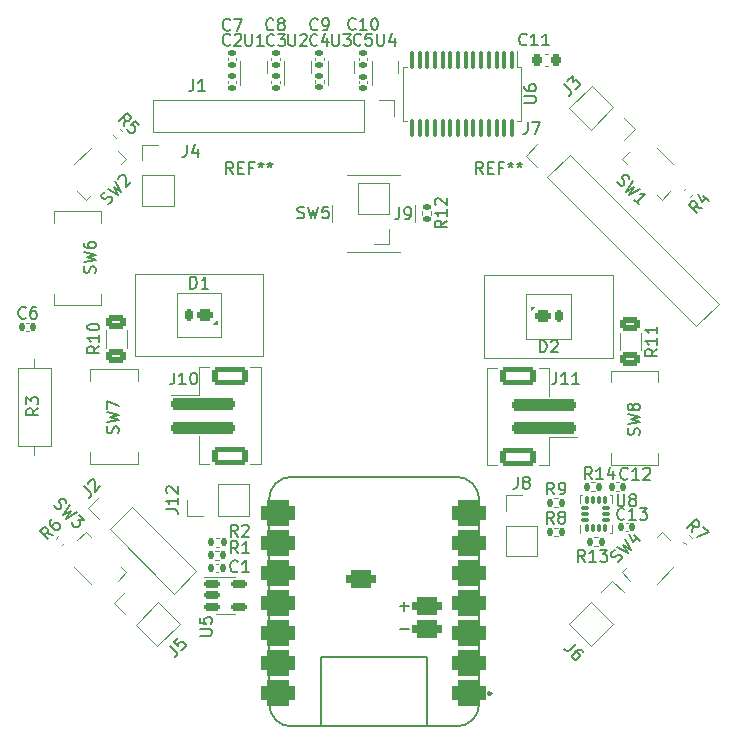
<source format=gto>
G04 #@! TF.GenerationSoftware,KiCad,Pcbnew,7.0.10*
G04 #@! TF.CreationDate,2024-07-17T21:57:28-05:00*
G04 #@! TF.ProjectId,Swarm Robot,53776172-6d20-4526-9f62-6f742e6b6963,rev?*
G04 #@! TF.SameCoordinates,Original*
G04 #@! TF.FileFunction,Legend,Top*
G04 #@! TF.FilePolarity,Positive*
%FSLAX46Y46*%
G04 Gerber Fmt 4.6, Leading zero omitted, Abs format (unit mm)*
G04 Created by KiCad (PCBNEW 7.0.10) date 2024-07-17 21:57:28*
%MOMM*%
%LPD*%
G01*
G04 APERTURE LIST*
G04 Aperture macros list*
%AMRoundRect*
0 Rectangle with rounded corners*
0 $1 Rounding radius*
0 $2 $3 $4 $5 $6 $7 $8 $9 X,Y pos of 4 corners*
0 Add a 4 corners polygon primitive as box body*
4,1,4,$2,$3,$4,$5,$6,$7,$8,$9,$2,$3,0*
0 Add four circle primitives for the rounded corners*
1,1,$1+$1,$2,$3*
1,1,$1+$1,$4,$5*
1,1,$1+$1,$6,$7*
1,1,$1+$1,$8,$9*
0 Add four rect primitives between the rounded corners*
20,1,$1+$1,$2,$3,$4,$5,0*
20,1,$1+$1,$4,$5,$6,$7,0*
20,1,$1+$1,$6,$7,$8,$9,0*
20,1,$1+$1,$8,$9,$2,$3,0*%
%AMHorizOval*
0 Thick line with rounded ends*
0 $1 width*
0 $2 $3 position (X,Y) of the first rounded end (center of the circle)*
0 $4 $5 position (X,Y) of the second rounded end (center of the circle)*
0 Add line between two ends*
20,1,$1,$2,$3,$4,$5,0*
0 Add two circle primitives to create the rounded ends*
1,1,$1,$2,$3*
1,1,$1,$4,$5*%
%AMRotRect*
0 Rectangle, with rotation*
0 The origin of the aperture is its center*
0 $1 length*
0 $2 width*
0 $3 Rotation angle, in degrees counterclockwise*
0 Add horizontal line*
21,1,$1,$2,0,0,$3*%
G04 Aperture macros list end*
%ADD10C,0.150000*%
%ADD11C,0.120000*%
%ADD12C,0.100000*%
%ADD13C,0.254000*%
%ADD14C,0.127000*%
%ADD15C,3.200000*%
%ADD16RoundRect,0.150000X-0.636396X-0.424264X-0.424264X-0.636396X0.636396X0.424264X0.424264X0.636396X0*%
%ADD17RoundRect,0.187500X-0.636396X-0.371231X-0.371231X-0.636396X0.636396X0.371231X0.371231X0.636396X0*%
%ADD18C,0.900000*%
%ADD19RoundRect,0.225000X-0.459619X0.141421X0.141421X-0.459619X0.459619X-0.141421X-0.141421X0.459619X0*%
%ADD20C,2.000000*%
%ADD21RoundRect,0.150000X0.424264X-0.636396X0.636396X-0.424264X-0.424264X0.636396X-0.636396X0.424264X0*%
%ADD22RoundRect,0.187500X0.371231X-0.636396X0.636396X-0.371231X-0.371231X0.636396X-0.636396X0.371231X0*%
%ADD23RoundRect,0.225000X-0.141421X-0.459619X0.459619X0.141421X0.141421X0.459619X-0.459619X-0.141421X0*%
%ADD24R,2.000000X1.000000*%
%ADD25RoundRect,0.087500X0.087500X-0.225000X0.087500X0.225000X-0.087500X0.225000X-0.087500X-0.225000X0*%
%ADD26RoundRect,0.087500X0.225000X-0.087500X0.225000X0.087500X-0.225000X0.087500X-0.225000X-0.087500X0*%
%ADD27RoundRect,0.100000X-0.100000X0.637500X-0.100000X-0.637500X0.100000X-0.637500X0.100000X0.637500X0*%
%ADD28RoundRect,0.375000X0.875000X0.375000X-0.875000X0.375000X-0.875000X-0.375000X0.875000X-0.375000X0*%
%ADD29RoundRect,0.368300X-0.876300X0.368300X-0.876300X-0.368300X0.876300X-0.368300X0.876300X0.368300X0*%
%ADD30RoundRect,0.550800X0.925800X0.550800X-0.925800X0.550800X-0.925800X-0.550800X0.925800X-0.550800X0*%
%ADD31RoundRect,0.135000X0.135000X0.185000X-0.135000X0.185000X-0.135000X-0.185000X0.135000X-0.185000X0*%
%ADD32RoundRect,0.135000X-0.135000X-0.185000X0.135000X-0.185000X0.135000X0.185000X-0.135000X0.185000X0*%
%ADD33RoundRect,0.135000X0.185000X-0.135000X0.185000X0.135000X-0.185000X0.135000X-0.185000X-0.135000X0*%
%ADD34RoundRect,0.135000X-0.226274X-0.035355X-0.035355X-0.226274X0.226274X0.035355X0.035355X0.226274X0*%
%ADD35RoundRect,0.135000X-0.035355X0.226274X-0.226274X0.035355X0.035355X-0.226274X0.226274X-0.035355X0*%
%ADD36RoundRect,0.135000X0.226274X0.035355X0.035355X0.226274X-0.226274X-0.035355X-0.035355X-0.226274X0*%
%ADD37RoundRect,0.135000X0.035355X-0.226274X0.226274X-0.035355X-0.035355X0.226274X-0.226274X0.035355X0*%
%ADD38R,1.700000X1.700000*%
%ADD39O,1.700000X1.700000*%
%ADD40RotRect,1.700000X1.700000X45.000000*%
%ADD41HorizOval,1.700000X0.000000X0.000000X0.000000X0.000000X0*%
%ADD42RoundRect,0.140000X-0.140000X-0.170000X0.140000X-0.170000X0.140000X0.170000X-0.140000X0.170000X0*%
%ADD43RoundRect,0.225000X-0.225000X-0.250000X0.225000X-0.250000X0.225000X0.250000X-0.225000X0.250000X0*%
%ADD44RoundRect,0.140000X-0.170000X0.140000X-0.170000X-0.140000X0.170000X-0.140000X0.170000X0.140000X0*%
%ADD45RoundRect,0.140000X0.140000X0.170000X-0.140000X0.170000X-0.140000X-0.170000X0.140000X-0.170000X0*%
%ADD46RoundRect,0.140000X0.170000X-0.140000X0.170000X0.140000X-0.170000X0.140000X-0.170000X-0.140000X0*%
%ADD47RotRect,1.700000X1.700000X225.000000*%
%ADD48HorizOval,1.700000X0.000000X0.000000X0.000000X0.000000X0*%
%ADD49RoundRect,0.150000X0.636396X0.424264X0.424264X0.636396X-0.636396X-0.424264X-0.424264X-0.636396X0*%
%ADD50RoundRect,0.187500X0.636396X0.371231X0.371231X0.636396X-0.636396X-0.371231X-0.371231X-0.636396X0*%
%ADD51RoundRect,0.225000X0.459619X-0.141421X-0.141421X0.459619X-0.459619X0.141421X0.141421X-0.459619X0*%
%ADD52RoundRect,0.160000X-0.160000X-0.360000X0.160000X-0.360000X0.160000X0.360000X-0.160000X0.360000X0*%
%ADD53RoundRect,0.260000X-0.440000X-0.260000X0.440000X-0.260000X0.440000X0.260000X-0.440000X0.260000X0*%
%ADD54C,3.000000*%
%ADD55RoundRect,0.150000X-0.424264X0.636396X-0.636396X0.424264X0.424264X-0.636396X0.636396X-0.424264X0*%
%ADD56RoundRect,0.187500X-0.371231X0.636396X-0.636396X0.371231X0.371231X-0.636396X0.636396X-0.371231X0*%
%ADD57RoundRect,0.225000X0.141421X0.459619X-0.459619X-0.141421X-0.141421X-0.459619X0.459619X0.141421X0*%
%ADD58RotRect,1.700000X1.700000X315.000000*%
%ADD59HorizOval,1.700000X0.000000X0.000000X0.000000X0.000000X0*%
%ADD60R,1.600000X0.900000*%
%ADD61R,0.250000X0.500000*%
%ADD62RoundRect,0.250000X-0.625000X0.312500X-0.625000X-0.312500X0.625000X-0.312500X0.625000X0.312500X0*%
%ADD63RoundRect,0.150000X-0.512500X-0.150000X0.512500X-0.150000X0.512500X0.150000X-0.512500X0.150000X0*%
%ADD64RoundRect,0.160000X0.160000X0.360000X-0.160000X0.360000X-0.160000X-0.360000X0.160000X-0.360000X0*%
%ADD65RoundRect,0.260000X0.440000X0.260000X-0.440000X0.260000X-0.440000X-0.260000X0.440000X-0.260000X0*%
%ADD66RoundRect,0.250000X-2.500000X0.250000X-2.500000X-0.250000X2.500000X-0.250000X2.500000X0.250000X0*%
%ADD67RoundRect,0.250000X-1.250000X0.550000X-1.250000X-0.550000X1.250000X-0.550000X1.250000X0.550000X0*%
%ADD68C,1.600000*%
%ADD69O,1.600000X1.600000*%
%ADD70RoundRect,0.250000X2.500000X-0.250000X2.500000X0.250000X-2.500000X0.250000X-2.500000X-0.250000X0*%
%ADD71RoundRect,0.250000X1.250000X-0.550000X1.250000X0.550000X-1.250000X0.550000X-1.250000X-0.550000X0*%
G04 APERTURE END LIST*
D10*
X159246666Y-83754819D02*
X158913333Y-83278628D01*
X158675238Y-83754819D02*
X158675238Y-82754819D01*
X158675238Y-82754819D02*
X159056190Y-82754819D01*
X159056190Y-82754819D02*
X159151428Y-82802438D01*
X159151428Y-82802438D02*
X159199047Y-82850057D01*
X159199047Y-82850057D02*
X159246666Y-82945295D01*
X159246666Y-82945295D02*
X159246666Y-83088152D01*
X159246666Y-83088152D02*
X159199047Y-83183390D01*
X159199047Y-83183390D02*
X159151428Y-83231009D01*
X159151428Y-83231009D02*
X159056190Y-83278628D01*
X159056190Y-83278628D02*
X158675238Y-83278628D01*
X159675238Y-83231009D02*
X160008571Y-83231009D01*
X160151428Y-83754819D02*
X159675238Y-83754819D01*
X159675238Y-83754819D02*
X159675238Y-82754819D01*
X159675238Y-82754819D02*
X160151428Y-82754819D01*
X160913333Y-83231009D02*
X160580000Y-83231009D01*
X160580000Y-83754819D02*
X160580000Y-82754819D01*
X160580000Y-82754819D02*
X161056190Y-82754819D01*
X161580000Y-82754819D02*
X161580000Y-82992914D01*
X161341905Y-82897676D02*
X161580000Y-82992914D01*
X161580000Y-82992914D02*
X161818095Y-82897676D01*
X161437143Y-83183390D02*
X161580000Y-82992914D01*
X161580000Y-82992914D02*
X161722857Y-83183390D01*
X162341905Y-82754819D02*
X162341905Y-82992914D01*
X162103810Y-82897676D02*
X162341905Y-82992914D01*
X162341905Y-82992914D02*
X162580000Y-82897676D01*
X162199048Y-83183390D02*
X162341905Y-82992914D01*
X162341905Y-82992914D02*
X162484762Y-83183390D01*
X138096666Y-83754819D02*
X137763333Y-83278628D01*
X137525238Y-83754819D02*
X137525238Y-82754819D01*
X137525238Y-82754819D02*
X137906190Y-82754819D01*
X137906190Y-82754819D02*
X138001428Y-82802438D01*
X138001428Y-82802438D02*
X138049047Y-82850057D01*
X138049047Y-82850057D02*
X138096666Y-82945295D01*
X138096666Y-82945295D02*
X138096666Y-83088152D01*
X138096666Y-83088152D02*
X138049047Y-83183390D01*
X138049047Y-83183390D02*
X138001428Y-83231009D01*
X138001428Y-83231009D02*
X137906190Y-83278628D01*
X137906190Y-83278628D02*
X137525238Y-83278628D01*
X138525238Y-83231009D02*
X138858571Y-83231009D01*
X139001428Y-83754819D02*
X138525238Y-83754819D01*
X138525238Y-83754819D02*
X138525238Y-82754819D01*
X138525238Y-82754819D02*
X139001428Y-82754819D01*
X139763333Y-83231009D02*
X139430000Y-83231009D01*
X139430000Y-83754819D02*
X139430000Y-82754819D01*
X139430000Y-82754819D02*
X139906190Y-82754819D01*
X140430000Y-82754819D02*
X140430000Y-82992914D01*
X140191905Y-82897676D02*
X140430000Y-82992914D01*
X140430000Y-82992914D02*
X140668095Y-82897676D01*
X140287143Y-83183390D02*
X140430000Y-82992914D01*
X140430000Y-82992914D02*
X140572857Y-83183390D01*
X141191905Y-82754819D02*
X141191905Y-82992914D01*
X140953810Y-82897676D02*
X141191905Y-82992914D01*
X141191905Y-82992914D02*
X141430000Y-82897676D01*
X141049048Y-83183390D02*
X141191905Y-82992914D01*
X141191905Y-82992914D02*
X141334762Y-83183390D01*
X122929257Y-111825125D02*
X122996600Y-111959812D01*
X122996600Y-111959812D02*
X123164959Y-112128170D01*
X123164959Y-112128170D02*
X123265974Y-112161842D01*
X123265974Y-112161842D02*
X123333318Y-112161842D01*
X123333318Y-112161842D02*
X123434333Y-112128170D01*
X123434333Y-112128170D02*
X123501677Y-112060827D01*
X123501677Y-112060827D02*
X123535348Y-111959812D01*
X123535348Y-111959812D02*
X123535348Y-111892468D01*
X123535348Y-111892468D02*
X123501677Y-111791453D01*
X123501677Y-111791453D02*
X123400661Y-111623094D01*
X123400661Y-111623094D02*
X123366990Y-111522079D01*
X123366990Y-111522079D02*
X123366990Y-111454735D01*
X123366990Y-111454735D02*
X123400661Y-111353720D01*
X123400661Y-111353720D02*
X123468005Y-111286377D01*
X123468005Y-111286377D02*
X123569020Y-111252705D01*
X123569020Y-111252705D02*
X123636364Y-111252705D01*
X123636364Y-111252705D02*
X123737379Y-111286377D01*
X123737379Y-111286377D02*
X123905738Y-111454735D01*
X123905738Y-111454735D02*
X123973081Y-111589422D01*
X124242455Y-111791453D02*
X123703707Y-112666919D01*
X123703707Y-112666919D02*
X124343471Y-112296529D01*
X124343471Y-112296529D02*
X123973081Y-112936293D01*
X123973081Y-112936293D02*
X124848547Y-112397545D01*
X125050577Y-112599575D02*
X125488310Y-113037308D01*
X125488310Y-113037308D02*
X124983234Y-113070979D01*
X124983234Y-113070979D02*
X125084249Y-113171995D01*
X125084249Y-113171995D02*
X125117921Y-113273010D01*
X125117921Y-113273010D02*
X125117921Y-113340353D01*
X125117921Y-113340353D02*
X125084249Y-113441369D01*
X125084249Y-113441369D02*
X124915890Y-113609727D01*
X124915890Y-113609727D02*
X124814875Y-113643399D01*
X124814875Y-113643399D02*
X124747531Y-113643399D01*
X124747531Y-113643399D02*
X124646516Y-113609727D01*
X124646516Y-113609727D02*
X124444486Y-113407697D01*
X124444486Y-113407697D02*
X124410814Y-113306682D01*
X124410814Y-113306682D02*
X124410814Y-113239338D01*
X143536667Y-87477200D02*
X143679524Y-87524819D01*
X143679524Y-87524819D02*
X143917619Y-87524819D01*
X143917619Y-87524819D02*
X144012857Y-87477200D01*
X144012857Y-87477200D02*
X144060476Y-87429580D01*
X144060476Y-87429580D02*
X144108095Y-87334342D01*
X144108095Y-87334342D02*
X144108095Y-87239104D01*
X144108095Y-87239104D02*
X144060476Y-87143866D01*
X144060476Y-87143866D02*
X144012857Y-87096247D01*
X144012857Y-87096247D02*
X143917619Y-87048628D01*
X143917619Y-87048628D02*
X143727143Y-87001009D01*
X143727143Y-87001009D02*
X143631905Y-86953390D01*
X143631905Y-86953390D02*
X143584286Y-86905771D01*
X143584286Y-86905771D02*
X143536667Y-86810533D01*
X143536667Y-86810533D02*
X143536667Y-86715295D01*
X143536667Y-86715295D02*
X143584286Y-86620057D01*
X143584286Y-86620057D02*
X143631905Y-86572438D01*
X143631905Y-86572438D02*
X143727143Y-86524819D01*
X143727143Y-86524819D02*
X143965238Y-86524819D01*
X143965238Y-86524819D02*
X144108095Y-86572438D01*
X144441429Y-86524819D02*
X144679524Y-87524819D01*
X144679524Y-87524819D02*
X144870000Y-86810533D01*
X144870000Y-86810533D02*
X145060476Y-87524819D01*
X145060476Y-87524819D02*
X145298572Y-86524819D01*
X146155714Y-86524819D02*
X145679524Y-86524819D01*
X145679524Y-86524819D02*
X145631905Y-87001009D01*
X145631905Y-87001009D02*
X145679524Y-86953390D01*
X145679524Y-86953390D02*
X145774762Y-86905771D01*
X145774762Y-86905771D02*
X146012857Y-86905771D01*
X146012857Y-86905771D02*
X146108095Y-86953390D01*
X146108095Y-86953390D02*
X146155714Y-87001009D01*
X146155714Y-87001009D02*
X146203333Y-87096247D01*
X146203333Y-87096247D02*
X146203333Y-87334342D01*
X146203333Y-87334342D02*
X146155714Y-87429580D01*
X146155714Y-87429580D02*
X146108095Y-87477200D01*
X146108095Y-87477200D02*
X146012857Y-87524819D01*
X146012857Y-87524819D02*
X145774762Y-87524819D01*
X145774762Y-87524819D02*
X145679524Y-87477200D01*
X145679524Y-87477200D02*
X145631905Y-87429580D01*
X170655125Y-116620742D02*
X170789812Y-116553399D01*
X170789812Y-116553399D02*
X170958170Y-116385040D01*
X170958170Y-116385040D02*
X170991842Y-116284025D01*
X170991842Y-116284025D02*
X170991842Y-116216681D01*
X170991842Y-116216681D02*
X170958170Y-116115666D01*
X170958170Y-116115666D02*
X170890827Y-116048322D01*
X170890827Y-116048322D02*
X170789812Y-116014651D01*
X170789812Y-116014651D02*
X170722468Y-116014651D01*
X170722468Y-116014651D02*
X170621453Y-116048322D01*
X170621453Y-116048322D02*
X170453094Y-116149338D01*
X170453094Y-116149338D02*
X170352079Y-116183009D01*
X170352079Y-116183009D02*
X170284735Y-116183009D01*
X170284735Y-116183009D02*
X170183720Y-116149338D01*
X170183720Y-116149338D02*
X170116377Y-116081994D01*
X170116377Y-116081994D02*
X170082705Y-115980979D01*
X170082705Y-115980979D02*
X170082705Y-115913635D01*
X170082705Y-115913635D02*
X170116377Y-115812620D01*
X170116377Y-115812620D02*
X170284735Y-115644261D01*
X170284735Y-115644261D02*
X170419422Y-115576918D01*
X170621453Y-115307544D02*
X171496919Y-115846292D01*
X171496919Y-115846292D02*
X171126529Y-115206528D01*
X171126529Y-115206528D02*
X171766293Y-115576918D01*
X171766293Y-115576918D02*
X171227545Y-114701452D01*
X172035666Y-114364735D02*
X172507071Y-114836139D01*
X171597934Y-114263720D02*
X171934651Y-114937155D01*
X171934651Y-114937155D02*
X172372384Y-114499422D01*
X172467200Y-105863332D02*
X172514819Y-105720475D01*
X172514819Y-105720475D02*
X172514819Y-105482380D01*
X172514819Y-105482380D02*
X172467200Y-105387142D01*
X172467200Y-105387142D02*
X172419580Y-105339523D01*
X172419580Y-105339523D02*
X172324342Y-105291904D01*
X172324342Y-105291904D02*
X172229104Y-105291904D01*
X172229104Y-105291904D02*
X172133866Y-105339523D01*
X172133866Y-105339523D02*
X172086247Y-105387142D01*
X172086247Y-105387142D02*
X172038628Y-105482380D01*
X172038628Y-105482380D02*
X171991009Y-105672856D01*
X171991009Y-105672856D02*
X171943390Y-105768094D01*
X171943390Y-105768094D02*
X171895771Y-105815713D01*
X171895771Y-105815713D02*
X171800533Y-105863332D01*
X171800533Y-105863332D02*
X171705295Y-105863332D01*
X171705295Y-105863332D02*
X171610057Y-105815713D01*
X171610057Y-105815713D02*
X171562438Y-105768094D01*
X171562438Y-105768094D02*
X171514819Y-105672856D01*
X171514819Y-105672856D02*
X171514819Y-105434761D01*
X171514819Y-105434761D02*
X171562438Y-105291904D01*
X171514819Y-104958570D02*
X172514819Y-104720475D01*
X172514819Y-104720475D02*
X171800533Y-104529999D01*
X171800533Y-104529999D02*
X172514819Y-104339523D01*
X172514819Y-104339523D02*
X171514819Y-104101428D01*
X171943390Y-103577618D02*
X171895771Y-103672856D01*
X171895771Y-103672856D02*
X171848152Y-103720475D01*
X171848152Y-103720475D02*
X171752914Y-103768094D01*
X171752914Y-103768094D02*
X171705295Y-103768094D01*
X171705295Y-103768094D02*
X171610057Y-103720475D01*
X171610057Y-103720475D02*
X171562438Y-103672856D01*
X171562438Y-103672856D02*
X171514819Y-103577618D01*
X171514819Y-103577618D02*
X171514819Y-103387142D01*
X171514819Y-103387142D02*
X171562438Y-103291904D01*
X171562438Y-103291904D02*
X171610057Y-103244285D01*
X171610057Y-103244285D02*
X171705295Y-103196666D01*
X171705295Y-103196666D02*
X171752914Y-103196666D01*
X171752914Y-103196666D02*
X171848152Y-103244285D01*
X171848152Y-103244285D02*
X171895771Y-103291904D01*
X171895771Y-103291904D02*
X171943390Y-103387142D01*
X171943390Y-103387142D02*
X171943390Y-103577618D01*
X171943390Y-103577618D02*
X171991009Y-103672856D01*
X171991009Y-103672856D02*
X172038628Y-103720475D01*
X172038628Y-103720475D02*
X172133866Y-103768094D01*
X172133866Y-103768094D02*
X172324342Y-103768094D01*
X172324342Y-103768094D02*
X172419580Y-103720475D01*
X172419580Y-103720475D02*
X172467200Y-103672856D01*
X172467200Y-103672856D02*
X172514819Y-103577618D01*
X172514819Y-103577618D02*
X172514819Y-103387142D01*
X172514819Y-103387142D02*
X172467200Y-103291904D01*
X172467200Y-103291904D02*
X172419580Y-103244285D01*
X172419580Y-103244285D02*
X172324342Y-103196666D01*
X172324342Y-103196666D02*
X172133866Y-103196666D01*
X172133866Y-103196666D02*
X172038628Y-103244285D01*
X172038628Y-103244285D02*
X171991009Y-103291904D01*
X171991009Y-103291904D02*
X171943390Y-103387142D01*
X170638095Y-110884819D02*
X170638095Y-111694342D01*
X170638095Y-111694342D02*
X170685714Y-111789580D01*
X170685714Y-111789580D02*
X170733333Y-111837200D01*
X170733333Y-111837200D02*
X170828571Y-111884819D01*
X170828571Y-111884819D02*
X171019047Y-111884819D01*
X171019047Y-111884819D02*
X171114285Y-111837200D01*
X171114285Y-111837200D02*
X171161904Y-111789580D01*
X171161904Y-111789580D02*
X171209523Y-111694342D01*
X171209523Y-111694342D02*
X171209523Y-110884819D01*
X171828571Y-111313390D02*
X171733333Y-111265771D01*
X171733333Y-111265771D02*
X171685714Y-111218152D01*
X171685714Y-111218152D02*
X171638095Y-111122914D01*
X171638095Y-111122914D02*
X171638095Y-111075295D01*
X171638095Y-111075295D02*
X171685714Y-110980057D01*
X171685714Y-110980057D02*
X171733333Y-110932438D01*
X171733333Y-110932438D02*
X171828571Y-110884819D01*
X171828571Y-110884819D02*
X172019047Y-110884819D01*
X172019047Y-110884819D02*
X172114285Y-110932438D01*
X172114285Y-110932438D02*
X172161904Y-110980057D01*
X172161904Y-110980057D02*
X172209523Y-111075295D01*
X172209523Y-111075295D02*
X172209523Y-111122914D01*
X172209523Y-111122914D02*
X172161904Y-111218152D01*
X172161904Y-111218152D02*
X172114285Y-111265771D01*
X172114285Y-111265771D02*
X172019047Y-111313390D01*
X172019047Y-111313390D02*
X171828571Y-111313390D01*
X171828571Y-111313390D02*
X171733333Y-111361009D01*
X171733333Y-111361009D02*
X171685714Y-111408628D01*
X171685714Y-111408628D02*
X171638095Y-111503866D01*
X171638095Y-111503866D02*
X171638095Y-111694342D01*
X171638095Y-111694342D02*
X171685714Y-111789580D01*
X171685714Y-111789580D02*
X171733333Y-111837200D01*
X171733333Y-111837200D02*
X171828571Y-111884819D01*
X171828571Y-111884819D02*
X172019047Y-111884819D01*
X172019047Y-111884819D02*
X172114285Y-111837200D01*
X172114285Y-111837200D02*
X172161904Y-111789580D01*
X172161904Y-111789580D02*
X172209523Y-111694342D01*
X172209523Y-111694342D02*
X172209523Y-111503866D01*
X172209523Y-111503866D02*
X172161904Y-111408628D01*
X172161904Y-111408628D02*
X172114285Y-111361009D01*
X172114285Y-111361009D02*
X172019047Y-111313390D01*
X162721069Y-77748154D02*
X163530592Y-77748154D01*
X163530592Y-77748154D02*
X163625830Y-77700535D01*
X163625830Y-77700535D02*
X163673450Y-77652916D01*
X163673450Y-77652916D02*
X163721069Y-77557678D01*
X163721069Y-77557678D02*
X163721069Y-77367202D01*
X163721069Y-77367202D02*
X163673450Y-77271964D01*
X163673450Y-77271964D02*
X163625830Y-77224345D01*
X163625830Y-77224345D02*
X163530592Y-77176726D01*
X163530592Y-77176726D02*
X162721069Y-77176726D01*
X162721069Y-76271964D02*
X162721069Y-76462440D01*
X162721069Y-76462440D02*
X162768688Y-76557678D01*
X162768688Y-76557678D02*
X162816307Y-76605297D01*
X162816307Y-76605297D02*
X162959164Y-76700535D01*
X162959164Y-76700535D02*
X163149640Y-76748154D01*
X163149640Y-76748154D02*
X163530592Y-76748154D01*
X163530592Y-76748154D02*
X163625830Y-76700535D01*
X163625830Y-76700535D02*
X163673450Y-76652916D01*
X163673450Y-76652916D02*
X163721069Y-76557678D01*
X163721069Y-76557678D02*
X163721069Y-76367202D01*
X163721069Y-76367202D02*
X163673450Y-76271964D01*
X163673450Y-76271964D02*
X163625830Y-76224345D01*
X163625830Y-76224345D02*
X163530592Y-76176726D01*
X163530592Y-76176726D02*
X163292497Y-76176726D01*
X163292497Y-76176726D02*
X163197259Y-76224345D01*
X163197259Y-76224345D02*
X163149640Y-76271964D01*
X163149640Y-76271964D02*
X163102021Y-76367202D01*
X163102021Y-76367202D02*
X163102021Y-76557678D01*
X163102021Y-76557678D02*
X163149640Y-76652916D01*
X163149640Y-76652916D02*
X163197259Y-76700535D01*
X163197259Y-76700535D02*
X163292497Y-76748154D01*
X168457142Y-109594819D02*
X168123809Y-109118628D01*
X167885714Y-109594819D02*
X167885714Y-108594819D01*
X167885714Y-108594819D02*
X168266666Y-108594819D01*
X168266666Y-108594819D02*
X168361904Y-108642438D01*
X168361904Y-108642438D02*
X168409523Y-108690057D01*
X168409523Y-108690057D02*
X168457142Y-108785295D01*
X168457142Y-108785295D02*
X168457142Y-108928152D01*
X168457142Y-108928152D02*
X168409523Y-109023390D01*
X168409523Y-109023390D02*
X168361904Y-109071009D01*
X168361904Y-109071009D02*
X168266666Y-109118628D01*
X168266666Y-109118628D02*
X167885714Y-109118628D01*
X169409523Y-109594819D02*
X168838095Y-109594819D01*
X169123809Y-109594819D02*
X169123809Y-108594819D01*
X169123809Y-108594819D02*
X169028571Y-108737676D01*
X169028571Y-108737676D02*
X168933333Y-108832914D01*
X168933333Y-108832914D02*
X168838095Y-108880533D01*
X170266666Y-108928152D02*
X170266666Y-109594819D01*
X170028571Y-108547200D02*
X169790476Y-109261485D01*
X169790476Y-109261485D02*
X170409523Y-109261485D01*
X167857142Y-116584819D02*
X167523809Y-116108628D01*
X167285714Y-116584819D02*
X167285714Y-115584819D01*
X167285714Y-115584819D02*
X167666666Y-115584819D01*
X167666666Y-115584819D02*
X167761904Y-115632438D01*
X167761904Y-115632438D02*
X167809523Y-115680057D01*
X167809523Y-115680057D02*
X167857142Y-115775295D01*
X167857142Y-115775295D02*
X167857142Y-115918152D01*
X167857142Y-115918152D02*
X167809523Y-116013390D01*
X167809523Y-116013390D02*
X167761904Y-116061009D01*
X167761904Y-116061009D02*
X167666666Y-116108628D01*
X167666666Y-116108628D02*
X167285714Y-116108628D01*
X168809523Y-116584819D02*
X168238095Y-116584819D01*
X168523809Y-116584819D02*
X168523809Y-115584819D01*
X168523809Y-115584819D02*
X168428571Y-115727676D01*
X168428571Y-115727676D02*
X168333333Y-115822914D01*
X168333333Y-115822914D02*
X168238095Y-115870533D01*
X169142857Y-115584819D02*
X169761904Y-115584819D01*
X169761904Y-115584819D02*
X169428571Y-115965771D01*
X169428571Y-115965771D02*
X169571428Y-115965771D01*
X169571428Y-115965771D02*
X169666666Y-116013390D01*
X169666666Y-116013390D02*
X169714285Y-116061009D01*
X169714285Y-116061009D02*
X169761904Y-116156247D01*
X169761904Y-116156247D02*
X169761904Y-116394342D01*
X169761904Y-116394342D02*
X169714285Y-116489580D01*
X169714285Y-116489580D02*
X169666666Y-116537200D01*
X169666666Y-116537200D02*
X169571428Y-116584819D01*
X169571428Y-116584819D02*
X169285714Y-116584819D01*
X169285714Y-116584819D02*
X169190476Y-116537200D01*
X169190476Y-116537200D02*
X169142857Y-116489580D01*
X165263333Y-110894819D02*
X164930000Y-110418628D01*
X164691905Y-110894819D02*
X164691905Y-109894819D01*
X164691905Y-109894819D02*
X165072857Y-109894819D01*
X165072857Y-109894819D02*
X165168095Y-109942438D01*
X165168095Y-109942438D02*
X165215714Y-109990057D01*
X165215714Y-109990057D02*
X165263333Y-110085295D01*
X165263333Y-110085295D02*
X165263333Y-110228152D01*
X165263333Y-110228152D02*
X165215714Y-110323390D01*
X165215714Y-110323390D02*
X165168095Y-110371009D01*
X165168095Y-110371009D02*
X165072857Y-110418628D01*
X165072857Y-110418628D02*
X164691905Y-110418628D01*
X165739524Y-110894819D02*
X165930000Y-110894819D01*
X165930000Y-110894819D02*
X166025238Y-110847200D01*
X166025238Y-110847200D02*
X166072857Y-110799580D01*
X166072857Y-110799580D02*
X166168095Y-110656723D01*
X166168095Y-110656723D02*
X166215714Y-110466247D01*
X166215714Y-110466247D02*
X166215714Y-110085295D01*
X166215714Y-110085295D02*
X166168095Y-109990057D01*
X166168095Y-109990057D02*
X166120476Y-109942438D01*
X166120476Y-109942438D02*
X166025238Y-109894819D01*
X166025238Y-109894819D02*
X165834762Y-109894819D01*
X165834762Y-109894819D02*
X165739524Y-109942438D01*
X165739524Y-109942438D02*
X165691905Y-109990057D01*
X165691905Y-109990057D02*
X165644286Y-110085295D01*
X165644286Y-110085295D02*
X165644286Y-110323390D01*
X165644286Y-110323390D02*
X165691905Y-110418628D01*
X165691905Y-110418628D02*
X165739524Y-110466247D01*
X165739524Y-110466247D02*
X165834762Y-110513866D01*
X165834762Y-110513866D02*
X166025238Y-110513866D01*
X166025238Y-110513866D02*
X166120476Y-110466247D01*
X166120476Y-110466247D02*
X166168095Y-110418628D01*
X166168095Y-110418628D02*
X166215714Y-110323390D01*
X165243333Y-113354819D02*
X164910000Y-112878628D01*
X164671905Y-113354819D02*
X164671905Y-112354819D01*
X164671905Y-112354819D02*
X165052857Y-112354819D01*
X165052857Y-112354819D02*
X165148095Y-112402438D01*
X165148095Y-112402438D02*
X165195714Y-112450057D01*
X165195714Y-112450057D02*
X165243333Y-112545295D01*
X165243333Y-112545295D02*
X165243333Y-112688152D01*
X165243333Y-112688152D02*
X165195714Y-112783390D01*
X165195714Y-112783390D02*
X165148095Y-112831009D01*
X165148095Y-112831009D02*
X165052857Y-112878628D01*
X165052857Y-112878628D02*
X164671905Y-112878628D01*
X165814762Y-112783390D02*
X165719524Y-112735771D01*
X165719524Y-112735771D02*
X165671905Y-112688152D01*
X165671905Y-112688152D02*
X165624286Y-112592914D01*
X165624286Y-112592914D02*
X165624286Y-112545295D01*
X165624286Y-112545295D02*
X165671905Y-112450057D01*
X165671905Y-112450057D02*
X165719524Y-112402438D01*
X165719524Y-112402438D02*
X165814762Y-112354819D01*
X165814762Y-112354819D02*
X166005238Y-112354819D01*
X166005238Y-112354819D02*
X166100476Y-112402438D01*
X166100476Y-112402438D02*
X166148095Y-112450057D01*
X166148095Y-112450057D02*
X166195714Y-112545295D01*
X166195714Y-112545295D02*
X166195714Y-112592914D01*
X166195714Y-112592914D02*
X166148095Y-112688152D01*
X166148095Y-112688152D02*
X166100476Y-112735771D01*
X166100476Y-112735771D02*
X166005238Y-112783390D01*
X166005238Y-112783390D02*
X165814762Y-112783390D01*
X165814762Y-112783390D02*
X165719524Y-112831009D01*
X165719524Y-112831009D02*
X165671905Y-112878628D01*
X165671905Y-112878628D02*
X165624286Y-112973866D01*
X165624286Y-112973866D02*
X165624286Y-113164342D01*
X165624286Y-113164342D02*
X165671905Y-113259580D01*
X165671905Y-113259580D02*
X165719524Y-113307200D01*
X165719524Y-113307200D02*
X165814762Y-113354819D01*
X165814762Y-113354819D02*
X166005238Y-113354819D01*
X166005238Y-113354819D02*
X166100476Y-113307200D01*
X166100476Y-113307200D02*
X166148095Y-113259580D01*
X166148095Y-113259580D02*
X166195714Y-113164342D01*
X166195714Y-113164342D02*
X166195714Y-112973866D01*
X166195714Y-112973866D02*
X166148095Y-112878628D01*
X166148095Y-112878628D02*
X166100476Y-112831009D01*
X166100476Y-112831009D02*
X166005238Y-112783390D01*
X138473333Y-114454819D02*
X138140000Y-113978628D01*
X137901905Y-114454819D02*
X137901905Y-113454819D01*
X137901905Y-113454819D02*
X138282857Y-113454819D01*
X138282857Y-113454819D02*
X138378095Y-113502438D01*
X138378095Y-113502438D02*
X138425714Y-113550057D01*
X138425714Y-113550057D02*
X138473333Y-113645295D01*
X138473333Y-113645295D02*
X138473333Y-113788152D01*
X138473333Y-113788152D02*
X138425714Y-113883390D01*
X138425714Y-113883390D02*
X138378095Y-113931009D01*
X138378095Y-113931009D02*
X138282857Y-113978628D01*
X138282857Y-113978628D02*
X137901905Y-113978628D01*
X138854286Y-113550057D02*
X138901905Y-113502438D01*
X138901905Y-113502438D02*
X138997143Y-113454819D01*
X138997143Y-113454819D02*
X139235238Y-113454819D01*
X139235238Y-113454819D02*
X139330476Y-113502438D01*
X139330476Y-113502438D02*
X139378095Y-113550057D01*
X139378095Y-113550057D02*
X139425714Y-113645295D01*
X139425714Y-113645295D02*
X139425714Y-113740533D01*
X139425714Y-113740533D02*
X139378095Y-113883390D01*
X139378095Y-113883390D02*
X138806667Y-114454819D01*
X138806667Y-114454819D02*
X139425714Y-114454819D01*
X138503333Y-115864819D02*
X138170000Y-115388628D01*
X137931905Y-115864819D02*
X137931905Y-114864819D01*
X137931905Y-114864819D02*
X138312857Y-114864819D01*
X138312857Y-114864819D02*
X138408095Y-114912438D01*
X138408095Y-114912438D02*
X138455714Y-114960057D01*
X138455714Y-114960057D02*
X138503333Y-115055295D01*
X138503333Y-115055295D02*
X138503333Y-115198152D01*
X138503333Y-115198152D02*
X138455714Y-115293390D01*
X138455714Y-115293390D02*
X138408095Y-115341009D01*
X138408095Y-115341009D02*
X138312857Y-115388628D01*
X138312857Y-115388628D02*
X137931905Y-115388628D01*
X139455714Y-115864819D02*
X138884286Y-115864819D01*
X139170000Y-115864819D02*
X139170000Y-114864819D01*
X139170000Y-114864819D02*
X139074762Y-115007676D01*
X139074762Y-115007676D02*
X138979524Y-115102914D01*
X138979524Y-115102914D02*
X138884286Y-115150533D01*
X156174819Y-87712857D02*
X155698628Y-88046190D01*
X156174819Y-88284285D02*
X155174819Y-88284285D01*
X155174819Y-88284285D02*
X155174819Y-87903333D01*
X155174819Y-87903333D02*
X155222438Y-87808095D01*
X155222438Y-87808095D02*
X155270057Y-87760476D01*
X155270057Y-87760476D02*
X155365295Y-87712857D01*
X155365295Y-87712857D02*
X155508152Y-87712857D01*
X155508152Y-87712857D02*
X155603390Y-87760476D01*
X155603390Y-87760476D02*
X155651009Y-87808095D01*
X155651009Y-87808095D02*
X155698628Y-87903333D01*
X155698628Y-87903333D02*
X155698628Y-88284285D01*
X156174819Y-86760476D02*
X156174819Y-87331904D01*
X156174819Y-87046190D02*
X155174819Y-87046190D01*
X155174819Y-87046190D02*
X155317676Y-87141428D01*
X155317676Y-87141428D02*
X155412914Y-87236666D01*
X155412914Y-87236666D02*
X155460533Y-87331904D01*
X155270057Y-86379523D02*
X155222438Y-86331904D01*
X155222438Y-86331904D02*
X155174819Y-86236666D01*
X155174819Y-86236666D02*
X155174819Y-85998571D01*
X155174819Y-85998571D02*
X155222438Y-85903333D01*
X155222438Y-85903333D02*
X155270057Y-85855714D01*
X155270057Y-85855714D02*
X155365295Y-85808095D01*
X155365295Y-85808095D02*
X155460533Y-85808095D01*
X155460533Y-85808095D02*
X155603390Y-85855714D01*
X155603390Y-85855714D02*
X156174819Y-86427142D01*
X156174819Y-86427142D02*
X156174819Y-85808095D01*
X176958482Y-114097063D02*
X177059497Y-113524644D01*
X176554421Y-113693002D02*
X177261528Y-112985896D01*
X177261528Y-112985896D02*
X177530902Y-113255270D01*
X177530902Y-113255270D02*
X177564574Y-113356285D01*
X177564574Y-113356285D02*
X177564574Y-113423628D01*
X177564574Y-113423628D02*
X177530902Y-113524644D01*
X177530902Y-113524644D02*
X177429887Y-113625659D01*
X177429887Y-113625659D02*
X177328871Y-113659331D01*
X177328871Y-113659331D02*
X177261528Y-113659331D01*
X177261528Y-113659331D02*
X177160513Y-113625659D01*
X177160513Y-113625659D02*
X176891139Y-113356285D01*
X177901291Y-113625659D02*
X178372696Y-114097063D01*
X178372696Y-114097063D02*
X177362543Y-114501124D01*
X122853754Y-114289456D02*
X122281335Y-114188441D01*
X122449693Y-114693517D02*
X121742587Y-113986410D01*
X121742587Y-113986410D02*
X122011961Y-113717036D01*
X122011961Y-113717036D02*
X122112976Y-113683364D01*
X122112976Y-113683364D02*
X122180319Y-113683364D01*
X122180319Y-113683364D02*
X122281335Y-113717036D01*
X122281335Y-113717036D02*
X122382350Y-113818051D01*
X122382350Y-113818051D02*
X122416022Y-113919067D01*
X122416022Y-113919067D02*
X122416022Y-113986410D01*
X122416022Y-113986410D02*
X122382350Y-114087425D01*
X122382350Y-114087425D02*
X122112976Y-114356799D01*
X122752739Y-112976258D02*
X122618052Y-113110945D01*
X122618052Y-113110945D02*
X122584380Y-113211960D01*
X122584380Y-113211960D02*
X122584380Y-113279303D01*
X122584380Y-113279303D02*
X122618052Y-113447662D01*
X122618052Y-113447662D02*
X122719067Y-113616021D01*
X122719067Y-113616021D02*
X122988441Y-113885395D01*
X122988441Y-113885395D02*
X123089457Y-113919067D01*
X123089457Y-113919067D02*
X123156800Y-113919067D01*
X123156800Y-113919067D02*
X123257815Y-113885395D01*
X123257815Y-113885395D02*
X123392502Y-113750708D01*
X123392502Y-113750708D02*
X123426174Y-113649693D01*
X123426174Y-113649693D02*
X123426174Y-113582349D01*
X123426174Y-113582349D02*
X123392502Y-113481334D01*
X123392502Y-113481334D02*
X123224144Y-113312975D01*
X123224144Y-113312975D02*
X123123128Y-113279303D01*
X123123128Y-113279303D02*
X123055785Y-113279303D01*
X123055785Y-113279303D02*
X122954770Y-113312975D01*
X122954770Y-113312975D02*
X122820083Y-113447662D01*
X122820083Y-113447662D02*
X122786411Y-113548677D01*
X122786411Y-113548677D02*
X122786411Y-113616021D01*
X122786411Y-113616021D02*
X122820083Y-113717036D01*
X128810543Y-79713754D02*
X128911558Y-79141335D01*
X128406482Y-79309693D02*
X129113589Y-78602587D01*
X129113589Y-78602587D02*
X129382963Y-78871961D01*
X129382963Y-78871961D02*
X129416635Y-78972976D01*
X129416635Y-78972976D02*
X129416635Y-79040319D01*
X129416635Y-79040319D02*
X129382963Y-79141335D01*
X129382963Y-79141335D02*
X129281948Y-79242350D01*
X129281948Y-79242350D02*
X129180932Y-79276022D01*
X129180932Y-79276022D02*
X129113589Y-79276022D01*
X129113589Y-79276022D02*
X129012574Y-79242350D01*
X129012574Y-79242350D02*
X128743200Y-78972976D01*
X130157413Y-79646411D02*
X129820696Y-79309693D01*
X129820696Y-79309693D02*
X129450306Y-79612739D01*
X129450306Y-79612739D02*
X129517650Y-79612739D01*
X129517650Y-79612739D02*
X129618665Y-79646411D01*
X129618665Y-79646411D02*
X129787024Y-79814770D01*
X129787024Y-79814770D02*
X129820696Y-79915785D01*
X129820696Y-79915785D02*
X129820696Y-79983128D01*
X129820696Y-79983128D02*
X129787024Y-80084144D01*
X129787024Y-80084144D02*
X129618665Y-80252502D01*
X129618665Y-80252502D02*
X129517650Y-80286174D01*
X129517650Y-80286174D02*
X129450306Y-80286174D01*
X129450306Y-80286174D02*
X129349291Y-80252502D01*
X129349291Y-80252502D02*
X129180932Y-80084144D01*
X129180932Y-80084144D02*
X129147261Y-79983128D01*
X129147261Y-79983128D02*
X129147261Y-79915785D01*
X177763754Y-86659456D02*
X177191335Y-86558441D01*
X177359693Y-87063517D02*
X176652587Y-86356410D01*
X176652587Y-86356410D02*
X176921961Y-86087036D01*
X176921961Y-86087036D02*
X177022976Y-86053364D01*
X177022976Y-86053364D02*
X177090319Y-86053364D01*
X177090319Y-86053364D02*
X177191335Y-86087036D01*
X177191335Y-86087036D02*
X177292350Y-86188051D01*
X177292350Y-86188051D02*
X177326022Y-86289067D01*
X177326022Y-86289067D02*
X177326022Y-86356410D01*
X177326022Y-86356410D02*
X177292350Y-86457425D01*
X177292350Y-86457425D02*
X177022976Y-86726799D01*
X177898441Y-85581960D02*
X178369846Y-86053364D01*
X177460709Y-85480945D02*
X177797426Y-86154380D01*
X177797426Y-86154380D02*
X178235159Y-85716647D01*
X134706666Y-75754819D02*
X134706666Y-76469104D01*
X134706666Y-76469104D02*
X134659047Y-76611961D01*
X134659047Y-76611961D02*
X134563809Y-76707200D01*
X134563809Y-76707200D02*
X134420952Y-76754819D01*
X134420952Y-76754819D02*
X134325714Y-76754819D01*
X135706666Y-76754819D02*
X135135238Y-76754819D01*
X135420952Y-76754819D02*
X135420952Y-75754819D01*
X135420952Y-75754819D02*
X135325714Y-75897676D01*
X135325714Y-75897676D02*
X135230476Y-75992914D01*
X135230476Y-75992914D02*
X135135238Y-76040533D01*
X162196666Y-109399819D02*
X162196666Y-110114104D01*
X162196666Y-110114104D02*
X162149047Y-110256961D01*
X162149047Y-110256961D02*
X162053809Y-110352200D01*
X162053809Y-110352200D02*
X161910952Y-110399819D01*
X161910952Y-110399819D02*
X161815714Y-110399819D01*
X162815714Y-109828390D02*
X162720476Y-109780771D01*
X162720476Y-109780771D02*
X162672857Y-109733152D01*
X162672857Y-109733152D02*
X162625238Y-109637914D01*
X162625238Y-109637914D02*
X162625238Y-109590295D01*
X162625238Y-109590295D02*
X162672857Y-109495057D01*
X162672857Y-109495057D02*
X162720476Y-109447438D01*
X162720476Y-109447438D02*
X162815714Y-109399819D01*
X162815714Y-109399819D02*
X163006190Y-109399819D01*
X163006190Y-109399819D02*
X163101428Y-109447438D01*
X163101428Y-109447438D02*
X163149047Y-109495057D01*
X163149047Y-109495057D02*
X163196666Y-109590295D01*
X163196666Y-109590295D02*
X163196666Y-109637914D01*
X163196666Y-109637914D02*
X163149047Y-109733152D01*
X163149047Y-109733152D02*
X163101428Y-109780771D01*
X163101428Y-109780771D02*
X163006190Y-109828390D01*
X163006190Y-109828390D02*
X162815714Y-109828390D01*
X162815714Y-109828390D02*
X162720476Y-109876009D01*
X162720476Y-109876009D02*
X162672857Y-109923628D01*
X162672857Y-109923628D02*
X162625238Y-110018866D01*
X162625238Y-110018866D02*
X162625238Y-110209342D01*
X162625238Y-110209342D02*
X162672857Y-110304580D01*
X162672857Y-110304580D02*
X162720476Y-110352200D01*
X162720476Y-110352200D02*
X162815714Y-110399819D01*
X162815714Y-110399819D02*
X163006190Y-110399819D01*
X163006190Y-110399819D02*
X163101428Y-110352200D01*
X163101428Y-110352200D02*
X163149047Y-110304580D01*
X163149047Y-110304580D02*
X163196666Y-110209342D01*
X163196666Y-110209342D02*
X163196666Y-110018866D01*
X163196666Y-110018866D02*
X163149047Y-109923628D01*
X163149047Y-109923628D02*
X163101428Y-109876009D01*
X163101428Y-109876009D02*
X163006190Y-109828390D01*
X163054564Y-79352717D02*
X163054564Y-80067002D01*
X163054564Y-80067002D02*
X163006945Y-80209859D01*
X163006945Y-80209859D02*
X162911707Y-80305098D01*
X162911707Y-80305098D02*
X162768850Y-80352717D01*
X162768850Y-80352717D02*
X162673612Y-80352717D01*
X163435517Y-79352717D02*
X164102183Y-79352717D01*
X164102183Y-79352717D02*
X163673612Y-80352717D01*
X125444231Y-110215636D02*
X125949307Y-110720712D01*
X125949307Y-110720712D02*
X126016651Y-110855399D01*
X126016651Y-110855399D02*
X126016651Y-110990086D01*
X126016651Y-110990086D02*
X125949307Y-111124773D01*
X125949307Y-111124773D02*
X125881964Y-111192117D01*
X125814620Y-109979933D02*
X125814620Y-109912590D01*
X125814620Y-109912590D02*
X125848292Y-109811575D01*
X125848292Y-109811575D02*
X126016651Y-109643216D01*
X126016651Y-109643216D02*
X126117666Y-109609544D01*
X126117666Y-109609544D02*
X126185010Y-109609544D01*
X126185010Y-109609544D02*
X126286025Y-109643216D01*
X126286025Y-109643216D02*
X126353368Y-109710559D01*
X126353368Y-109710559D02*
X126420712Y-109845246D01*
X126420712Y-109845246D02*
X126420712Y-110653368D01*
X126420712Y-110653368D02*
X126858445Y-110215636D01*
X171217142Y-112939580D02*
X171169523Y-112987200D01*
X171169523Y-112987200D02*
X171026666Y-113034819D01*
X171026666Y-113034819D02*
X170931428Y-113034819D01*
X170931428Y-113034819D02*
X170788571Y-112987200D01*
X170788571Y-112987200D02*
X170693333Y-112891961D01*
X170693333Y-112891961D02*
X170645714Y-112796723D01*
X170645714Y-112796723D02*
X170598095Y-112606247D01*
X170598095Y-112606247D02*
X170598095Y-112463390D01*
X170598095Y-112463390D02*
X170645714Y-112272914D01*
X170645714Y-112272914D02*
X170693333Y-112177676D01*
X170693333Y-112177676D02*
X170788571Y-112082438D01*
X170788571Y-112082438D02*
X170931428Y-112034819D01*
X170931428Y-112034819D02*
X171026666Y-112034819D01*
X171026666Y-112034819D02*
X171169523Y-112082438D01*
X171169523Y-112082438D02*
X171217142Y-112130057D01*
X172169523Y-113034819D02*
X171598095Y-113034819D01*
X171883809Y-113034819D02*
X171883809Y-112034819D01*
X171883809Y-112034819D02*
X171788571Y-112177676D01*
X171788571Y-112177676D02*
X171693333Y-112272914D01*
X171693333Y-112272914D02*
X171598095Y-112320533D01*
X172502857Y-112034819D02*
X173121904Y-112034819D01*
X173121904Y-112034819D02*
X172788571Y-112415771D01*
X172788571Y-112415771D02*
X172931428Y-112415771D01*
X172931428Y-112415771D02*
X173026666Y-112463390D01*
X173026666Y-112463390D02*
X173074285Y-112511009D01*
X173074285Y-112511009D02*
X173121904Y-112606247D01*
X173121904Y-112606247D02*
X173121904Y-112844342D01*
X173121904Y-112844342D02*
X173074285Y-112939580D01*
X173074285Y-112939580D02*
X173026666Y-112987200D01*
X173026666Y-112987200D02*
X172931428Y-113034819D01*
X172931428Y-113034819D02*
X172645714Y-113034819D01*
X172645714Y-113034819D02*
X172550476Y-112987200D01*
X172550476Y-112987200D02*
X172502857Y-112939580D01*
X171497142Y-109539580D02*
X171449523Y-109587200D01*
X171449523Y-109587200D02*
X171306666Y-109634819D01*
X171306666Y-109634819D02*
X171211428Y-109634819D01*
X171211428Y-109634819D02*
X171068571Y-109587200D01*
X171068571Y-109587200D02*
X170973333Y-109491961D01*
X170973333Y-109491961D02*
X170925714Y-109396723D01*
X170925714Y-109396723D02*
X170878095Y-109206247D01*
X170878095Y-109206247D02*
X170878095Y-109063390D01*
X170878095Y-109063390D02*
X170925714Y-108872914D01*
X170925714Y-108872914D02*
X170973333Y-108777676D01*
X170973333Y-108777676D02*
X171068571Y-108682438D01*
X171068571Y-108682438D02*
X171211428Y-108634819D01*
X171211428Y-108634819D02*
X171306666Y-108634819D01*
X171306666Y-108634819D02*
X171449523Y-108682438D01*
X171449523Y-108682438D02*
X171497142Y-108730057D01*
X172449523Y-109634819D02*
X171878095Y-109634819D01*
X172163809Y-109634819D02*
X172163809Y-108634819D01*
X172163809Y-108634819D02*
X172068571Y-108777676D01*
X172068571Y-108777676D02*
X171973333Y-108872914D01*
X171973333Y-108872914D02*
X171878095Y-108920533D01*
X172830476Y-108730057D02*
X172878095Y-108682438D01*
X172878095Y-108682438D02*
X172973333Y-108634819D01*
X172973333Y-108634819D02*
X173211428Y-108634819D01*
X173211428Y-108634819D02*
X173306666Y-108682438D01*
X173306666Y-108682438D02*
X173354285Y-108730057D01*
X173354285Y-108730057D02*
X173401904Y-108825295D01*
X173401904Y-108825295D02*
X173401904Y-108920533D01*
X173401904Y-108920533D02*
X173354285Y-109063390D01*
X173354285Y-109063390D02*
X172782857Y-109634819D01*
X172782857Y-109634819D02*
X173401904Y-109634819D01*
X162937142Y-72769580D02*
X162889523Y-72817200D01*
X162889523Y-72817200D02*
X162746666Y-72864819D01*
X162746666Y-72864819D02*
X162651428Y-72864819D01*
X162651428Y-72864819D02*
X162508571Y-72817200D01*
X162508571Y-72817200D02*
X162413333Y-72721961D01*
X162413333Y-72721961D02*
X162365714Y-72626723D01*
X162365714Y-72626723D02*
X162318095Y-72436247D01*
X162318095Y-72436247D02*
X162318095Y-72293390D01*
X162318095Y-72293390D02*
X162365714Y-72102914D01*
X162365714Y-72102914D02*
X162413333Y-72007676D01*
X162413333Y-72007676D02*
X162508571Y-71912438D01*
X162508571Y-71912438D02*
X162651428Y-71864819D01*
X162651428Y-71864819D02*
X162746666Y-71864819D01*
X162746666Y-71864819D02*
X162889523Y-71912438D01*
X162889523Y-71912438D02*
X162937142Y-71960057D01*
X163889523Y-72864819D02*
X163318095Y-72864819D01*
X163603809Y-72864819D02*
X163603809Y-71864819D01*
X163603809Y-71864819D02*
X163508571Y-72007676D01*
X163508571Y-72007676D02*
X163413333Y-72102914D01*
X163413333Y-72102914D02*
X163318095Y-72150533D01*
X164841904Y-72864819D02*
X164270476Y-72864819D01*
X164556190Y-72864819D02*
X164556190Y-71864819D01*
X164556190Y-71864819D02*
X164460952Y-72007676D01*
X164460952Y-72007676D02*
X164365714Y-72102914D01*
X164365714Y-72102914D02*
X164270476Y-72150533D01*
X120533333Y-95919580D02*
X120485714Y-95967200D01*
X120485714Y-95967200D02*
X120342857Y-96014819D01*
X120342857Y-96014819D02*
X120247619Y-96014819D01*
X120247619Y-96014819D02*
X120104762Y-95967200D01*
X120104762Y-95967200D02*
X120009524Y-95871961D01*
X120009524Y-95871961D02*
X119961905Y-95776723D01*
X119961905Y-95776723D02*
X119914286Y-95586247D01*
X119914286Y-95586247D02*
X119914286Y-95443390D01*
X119914286Y-95443390D02*
X119961905Y-95252914D01*
X119961905Y-95252914D02*
X120009524Y-95157676D01*
X120009524Y-95157676D02*
X120104762Y-95062438D01*
X120104762Y-95062438D02*
X120247619Y-95014819D01*
X120247619Y-95014819D02*
X120342857Y-95014819D01*
X120342857Y-95014819D02*
X120485714Y-95062438D01*
X120485714Y-95062438D02*
X120533333Y-95110057D01*
X121390476Y-95014819D02*
X121200000Y-95014819D01*
X121200000Y-95014819D02*
X121104762Y-95062438D01*
X121104762Y-95062438D02*
X121057143Y-95110057D01*
X121057143Y-95110057D02*
X120961905Y-95252914D01*
X120961905Y-95252914D02*
X120914286Y-95443390D01*
X120914286Y-95443390D02*
X120914286Y-95824342D01*
X120914286Y-95824342D02*
X120961905Y-95919580D01*
X120961905Y-95919580D02*
X121009524Y-95967200D01*
X121009524Y-95967200D02*
X121104762Y-96014819D01*
X121104762Y-96014819D02*
X121295238Y-96014819D01*
X121295238Y-96014819D02*
X121390476Y-95967200D01*
X121390476Y-95967200D02*
X121438095Y-95919580D01*
X121438095Y-95919580D02*
X121485714Y-95824342D01*
X121485714Y-95824342D02*
X121485714Y-95586247D01*
X121485714Y-95586247D02*
X121438095Y-95491009D01*
X121438095Y-95491009D02*
X121390476Y-95443390D01*
X121390476Y-95443390D02*
X121295238Y-95395771D01*
X121295238Y-95395771D02*
X121104762Y-95395771D01*
X121104762Y-95395771D02*
X121009524Y-95443390D01*
X121009524Y-95443390D02*
X120961905Y-95491009D01*
X120961905Y-95491009D02*
X120914286Y-95586247D01*
X137833333Y-71519580D02*
X137785714Y-71567200D01*
X137785714Y-71567200D02*
X137642857Y-71614819D01*
X137642857Y-71614819D02*
X137547619Y-71614819D01*
X137547619Y-71614819D02*
X137404762Y-71567200D01*
X137404762Y-71567200D02*
X137309524Y-71471961D01*
X137309524Y-71471961D02*
X137261905Y-71376723D01*
X137261905Y-71376723D02*
X137214286Y-71186247D01*
X137214286Y-71186247D02*
X137214286Y-71043390D01*
X137214286Y-71043390D02*
X137261905Y-70852914D01*
X137261905Y-70852914D02*
X137309524Y-70757676D01*
X137309524Y-70757676D02*
X137404762Y-70662438D01*
X137404762Y-70662438D02*
X137547619Y-70614819D01*
X137547619Y-70614819D02*
X137642857Y-70614819D01*
X137642857Y-70614819D02*
X137785714Y-70662438D01*
X137785714Y-70662438D02*
X137833333Y-70710057D01*
X138166667Y-70614819D02*
X138833333Y-70614819D01*
X138833333Y-70614819D02*
X138404762Y-71614819D01*
X138473333Y-117379580D02*
X138425714Y-117427200D01*
X138425714Y-117427200D02*
X138282857Y-117474819D01*
X138282857Y-117474819D02*
X138187619Y-117474819D01*
X138187619Y-117474819D02*
X138044762Y-117427200D01*
X138044762Y-117427200D02*
X137949524Y-117331961D01*
X137949524Y-117331961D02*
X137901905Y-117236723D01*
X137901905Y-117236723D02*
X137854286Y-117046247D01*
X137854286Y-117046247D02*
X137854286Y-116903390D01*
X137854286Y-116903390D02*
X137901905Y-116712914D01*
X137901905Y-116712914D02*
X137949524Y-116617676D01*
X137949524Y-116617676D02*
X138044762Y-116522438D01*
X138044762Y-116522438D02*
X138187619Y-116474819D01*
X138187619Y-116474819D02*
X138282857Y-116474819D01*
X138282857Y-116474819D02*
X138425714Y-116522438D01*
X138425714Y-116522438D02*
X138473333Y-116570057D01*
X139425714Y-117474819D02*
X138854286Y-117474819D01*
X139140000Y-117474819D02*
X139140000Y-116474819D01*
X139140000Y-116474819D02*
X139044762Y-116617676D01*
X139044762Y-116617676D02*
X138949524Y-116712914D01*
X138949524Y-116712914D02*
X138854286Y-116760533D01*
X137833333Y-72789580D02*
X137785714Y-72837200D01*
X137785714Y-72837200D02*
X137642857Y-72884819D01*
X137642857Y-72884819D02*
X137547619Y-72884819D01*
X137547619Y-72884819D02*
X137404762Y-72837200D01*
X137404762Y-72837200D02*
X137309524Y-72741961D01*
X137309524Y-72741961D02*
X137261905Y-72646723D01*
X137261905Y-72646723D02*
X137214286Y-72456247D01*
X137214286Y-72456247D02*
X137214286Y-72313390D01*
X137214286Y-72313390D02*
X137261905Y-72122914D01*
X137261905Y-72122914D02*
X137309524Y-72027676D01*
X137309524Y-72027676D02*
X137404762Y-71932438D01*
X137404762Y-71932438D02*
X137547619Y-71884819D01*
X137547619Y-71884819D02*
X137642857Y-71884819D01*
X137642857Y-71884819D02*
X137785714Y-71932438D01*
X137785714Y-71932438D02*
X137833333Y-71980057D01*
X138214286Y-71980057D02*
X138261905Y-71932438D01*
X138261905Y-71932438D02*
X138357143Y-71884819D01*
X138357143Y-71884819D02*
X138595238Y-71884819D01*
X138595238Y-71884819D02*
X138690476Y-71932438D01*
X138690476Y-71932438D02*
X138738095Y-71980057D01*
X138738095Y-71980057D02*
X138785714Y-72075295D01*
X138785714Y-72075295D02*
X138785714Y-72170533D01*
X138785714Y-72170533D02*
X138738095Y-72313390D01*
X138738095Y-72313390D02*
X138166667Y-72884819D01*
X138166667Y-72884819D02*
X138785714Y-72884819D01*
X141503333Y-71489580D02*
X141455714Y-71537200D01*
X141455714Y-71537200D02*
X141312857Y-71584819D01*
X141312857Y-71584819D02*
X141217619Y-71584819D01*
X141217619Y-71584819D02*
X141074762Y-71537200D01*
X141074762Y-71537200D02*
X140979524Y-71441961D01*
X140979524Y-71441961D02*
X140931905Y-71346723D01*
X140931905Y-71346723D02*
X140884286Y-71156247D01*
X140884286Y-71156247D02*
X140884286Y-71013390D01*
X140884286Y-71013390D02*
X140931905Y-70822914D01*
X140931905Y-70822914D02*
X140979524Y-70727676D01*
X140979524Y-70727676D02*
X141074762Y-70632438D01*
X141074762Y-70632438D02*
X141217619Y-70584819D01*
X141217619Y-70584819D02*
X141312857Y-70584819D01*
X141312857Y-70584819D02*
X141455714Y-70632438D01*
X141455714Y-70632438D02*
X141503333Y-70680057D01*
X142074762Y-71013390D02*
X141979524Y-70965771D01*
X141979524Y-70965771D02*
X141931905Y-70918152D01*
X141931905Y-70918152D02*
X141884286Y-70822914D01*
X141884286Y-70822914D02*
X141884286Y-70775295D01*
X141884286Y-70775295D02*
X141931905Y-70680057D01*
X141931905Y-70680057D02*
X141979524Y-70632438D01*
X141979524Y-70632438D02*
X142074762Y-70584819D01*
X142074762Y-70584819D02*
X142265238Y-70584819D01*
X142265238Y-70584819D02*
X142360476Y-70632438D01*
X142360476Y-70632438D02*
X142408095Y-70680057D01*
X142408095Y-70680057D02*
X142455714Y-70775295D01*
X142455714Y-70775295D02*
X142455714Y-70822914D01*
X142455714Y-70822914D02*
X142408095Y-70918152D01*
X142408095Y-70918152D02*
X142360476Y-70965771D01*
X142360476Y-70965771D02*
X142265238Y-71013390D01*
X142265238Y-71013390D02*
X142074762Y-71013390D01*
X142074762Y-71013390D02*
X141979524Y-71061009D01*
X141979524Y-71061009D02*
X141931905Y-71108628D01*
X141931905Y-71108628D02*
X141884286Y-71203866D01*
X141884286Y-71203866D02*
X141884286Y-71394342D01*
X141884286Y-71394342D02*
X141931905Y-71489580D01*
X141931905Y-71489580D02*
X141979524Y-71537200D01*
X141979524Y-71537200D02*
X142074762Y-71584819D01*
X142074762Y-71584819D02*
X142265238Y-71584819D01*
X142265238Y-71584819D02*
X142360476Y-71537200D01*
X142360476Y-71537200D02*
X142408095Y-71489580D01*
X142408095Y-71489580D02*
X142455714Y-71394342D01*
X142455714Y-71394342D02*
X142455714Y-71203866D01*
X142455714Y-71203866D02*
X142408095Y-71108628D01*
X142408095Y-71108628D02*
X142360476Y-71061009D01*
X142360476Y-71061009D02*
X142265238Y-71013390D01*
X141543333Y-72819580D02*
X141495714Y-72867200D01*
X141495714Y-72867200D02*
X141352857Y-72914819D01*
X141352857Y-72914819D02*
X141257619Y-72914819D01*
X141257619Y-72914819D02*
X141114762Y-72867200D01*
X141114762Y-72867200D02*
X141019524Y-72771961D01*
X141019524Y-72771961D02*
X140971905Y-72676723D01*
X140971905Y-72676723D02*
X140924286Y-72486247D01*
X140924286Y-72486247D02*
X140924286Y-72343390D01*
X140924286Y-72343390D02*
X140971905Y-72152914D01*
X140971905Y-72152914D02*
X141019524Y-72057676D01*
X141019524Y-72057676D02*
X141114762Y-71962438D01*
X141114762Y-71962438D02*
X141257619Y-71914819D01*
X141257619Y-71914819D02*
X141352857Y-71914819D01*
X141352857Y-71914819D02*
X141495714Y-71962438D01*
X141495714Y-71962438D02*
X141543333Y-72010057D01*
X141876667Y-71914819D02*
X142495714Y-71914819D01*
X142495714Y-71914819D02*
X142162381Y-72295771D01*
X142162381Y-72295771D02*
X142305238Y-72295771D01*
X142305238Y-72295771D02*
X142400476Y-72343390D01*
X142400476Y-72343390D02*
X142448095Y-72391009D01*
X142448095Y-72391009D02*
X142495714Y-72486247D01*
X142495714Y-72486247D02*
X142495714Y-72724342D01*
X142495714Y-72724342D02*
X142448095Y-72819580D01*
X142448095Y-72819580D02*
X142400476Y-72867200D01*
X142400476Y-72867200D02*
X142305238Y-72914819D01*
X142305238Y-72914819D02*
X142019524Y-72914819D01*
X142019524Y-72914819D02*
X141924286Y-72867200D01*
X141924286Y-72867200D02*
X141876667Y-72819580D01*
X148457142Y-71459580D02*
X148409523Y-71507200D01*
X148409523Y-71507200D02*
X148266666Y-71554819D01*
X148266666Y-71554819D02*
X148171428Y-71554819D01*
X148171428Y-71554819D02*
X148028571Y-71507200D01*
X148028571Y-71507200D02*
X147933333Y-71411961D01*
X147933333Y-71411961D02*
X147885714Y-71316723D01*
X147885714Y-71316723D02*
X147838095Y-71126247D01*
X147838095Y-71126247D02*
X147838095Y-70983390D01*
X147838095Y-70983390D02*
X147885714Y-70792914D01*
X147885714Y-70792914D02*
X147933333Y-70697676D01*
X147933333Y-70697676D02*
X148028571Y-70602438D01*
X148028571Y-70602438D02*
X148171428Y-70554819D01*
X148171428Y-70554819D02*
X148266666Y-70554819D01*
X148266666Y-70554819D02*
X148409523Y-70602438D01*
X148409523Y-70602438D02*
X148457142Y-70650057D01*
X149409523Y-71554819D02*
X148838095Y-71554819D01*
X149123809Y-71554819D02*
X149123809Y-70554819D01*
X149123809Y-70554819D02*
X149028571Y-70697676D01*
X149028571Y-70697676D02*
X148933333Y-70792914D01*
X148933333Y-70792914D02*
X148838095Y-70840533D01*
X150028571Y-70554819D02*
X150123809Y-70554819D01*
X150123809Y-70554819D02*
X150219047Y-70602438D01*
X150219047Y-70602438D02*
X150266666Y-70650057D01*
X150266666Y-70650057D02*
X150314285Y-70745295D01*
X150314285Y-70745295D02*
X150361904Y-70935771D01*
X150361904Y-70935771D02*
X150361904Y-71173866D01*
X150361904Y-71173866D02*
X150314285Y-71364342D01*
X150314285Y-71364342D02*
X150266666Y-71459580D01*
X150266666Y-71459580D02*
X150219047Y-71507200D01*
X150219047Y-71507200D02*
X150123809Y-71554819D01*
X150123809Y-71554819D02*
X150028571Y-71554819D01*
X150028571Y-71554819D02*
X149933333Y-71507200D01*
X149933333Y-71507200D02*
X149885714Y-71459580D01*
X149885714Y-71459580D02*
X149838095Y-71364342D01*
X149838095Y-71364342D02*
X149790476Y-71173866D01*
X149790476Y-71173866D02*
X149790476Y-70935771D01*
X149790476Y-70935771D02*
X149838095Y-70745295D01*
X149838095Y-70745295D02*
X149885714Y-70650057D01*
X149885714Y-70650057D02*
X149933333Y-70602438D01*
X149933333Y-70602438D02*
X150028571Y-70554819D01*
X145243333Y-71489580D02*
X145195714Y-71537200D01*
X145195714Y-71537200D02*
X145052857Y-71584819D01*
X145052857Y-71584819D02*
X144957619Y-71584819D01*
X144957619Y-71584819D02*
X144814762Y-71537200D01*
X144814762Y-71537200D02*
X144719524Y-71441961D01*
X144719524Y-71441961D02*
X144671905Y-71346723D01*
X144671905Y-71346723D02*
X144624286Y-71156247D01*
X144624286Y-71156247D02*
X144624286Y-71013390D01*
X144624286Y-71013390D02*
X144671905Y-70822914D01*
X144671905Y-70822914D02*
X144719524Y-70727676D01*
X144719524Y-70727676D02*
X144814762Y-70632438D01*
X144814762Y-70632438D02*
X144957619Y-70584819D01*
X144957619Y-70584819D02*
X145052857Y-70584819D01*
X145052857Y-70584819D02*
X145195714Y-70632438D01*
X145195714Y-70632438D02*
X145243333Y-70680057D01*
X145719524Y-71584819D02*
X145910000Y-71584819D01*
X145910000Y-71584819D02*
X146005238Y-71537200D01*
X146005238Y-71537200D02*
X146052857Y-71489580D01*
X146052857Y-71489580D02*
X146148095Y-71346723D01*
X146148095Y-71346723D02*
X146195714Y-71156247D01*
X146195714Y-71156247D02*
X146195714Y-70775295D01*
X146195714Y-70775295D02*
X146148095Y-70680057D01*
X146148095Y-70680057D02*
X146100476Y-70632438D01*
X146100476Y-70632438D02*
X146005238Y-70584819D01*
X146005238Y-70584819D02*
X145814762Y-70584819D01*
X145814762Y-70584819D02*
X145719524Y-70632438D01*
X145719524Y-70632438D02*
X145671905Y-70680057D01*
X145671905Y-70680057D02*
X145624286Y-70775295D01*
X145624286Y-70775295D02*
X145624286Y-71013390D01*
X145624286Y-71013390D02*
X145671905Y-71108628D01*
X145671905Y-71108628D02*
X145719524Y-71156247D01*
X145719524Y-71156247D02*
X145814762Y-71203866D01*
X145814762Y-71203866D02*
X146005238Y-71203866D01*
X146005238Y-71203866D02*
X146100476Y-71156247D01*
X146100476Y-71156247D02*
X146148095Y-71108628D01*
X146148095Y-71108628D02*
X146195714Y-71013390D01*
X148913333Y-72789580D02*
X148865714Y-72837200D01*
X148865714Y-72837200D02*
X148722857Y-72884819D01*
X148722857Y-72884819D02*
X148627619Y-72884819D01*
X148627619Y-72884819D02*
X148484762Y-72837200D01*
X148484762Y-72837200D02*
X148389524Y-72741961D01*
X148389524Y-72741961D02*
X148341905Y-72646723D01*
X148341905Y-72646723D02*
X148294286Y-72456247D01*
X148294286Y-72456247D02*
X148294286Y-72313390D01*
X148294286Y-72313390D02*
X148341905Y-72122914D01*
X148341905Y-72122914D02*
X148389524Y-72027676D01*
X148389524Y-72027676D02*
X148484762Y-71932438D01*
X148484762Y-71932438D02*
X148627619Y-71884819D01*
X148627619Y-71884819D02*
X148722857Y-71884819D01*
X148722857Y-71884819D02*
X148865714Y-71932438D01*
X148865714Y-71932438D02*
X148913333Y-71980057D01*
X149818095Y-71884819D02*
X149341905Y-71884819D01*
X149341905Y-71884819D02*
X149294286Y-72361009D01*
X149294286Y-72361009D02*
X149341905Y-72313390D01*
X149341905Y-72313390D02*
X149437143Y-72265771D01*
X149437143Y-72265771D02*
X149675238Y-72265771D01*
X149675238Y-72265771D02*
X149770476Y-72313390D01*
X149770476Y-72313390D02*
X149818095Y-72361009D01*
X149818095Y-72361009D02*
X149865714Y-72456247D01*
X149865714Y-72456247D02*
X149865714Y-72694342D01*
X149865714Y-72694342D02*
X149818095Y-72789580D01*
X149818095Y-72789580D02*
X149770476Y-72837200D01*
X149770476Y-72837200D02*
X149675238Y-72884819D01*
X149675238Y-72884819D02*
X149437143Y-72884819D01*
X149437143Y-72884819D02*
X149341905Y-72837200D01*
X149341905Y-72837200D02*
X149294286Y-72789580D01*
X145223333Y-72809580D02*
X145175714Y-72857200D01*
X145175714Y-72857200D02*
X145032857Y-72904819D01*
X145032857Y-72904819D02*
X144937619Y-72904819D01*
X144937619Y-72904819D02*
X144794762Y-72857200D01*
X144794762Y-72857200D02*
X144699524Y-72761961D01*
X144699524Y-72761961D02*
X144651905Y-72666723D01*
X144651905Y-72666723D02*
X144604286Y-72476247D01*
X144604286Y-72476247D02*
X144604286Y-72333390D01*
X144604286Y-72333390D02*
X144651905Y-72142914D01*
X144651905Y-72142914D02*
X144699524Y-72047676D01*
X144699524Y-72047676D02*
X144794762Y-71952438D01*
X144794762Y-71952438D02*
X144937619Y-71904819D01*
X144937619Y-71904819D02*
X145032857Y-71904819D01*
X145032857Y-71904819D02*
X145175714Y-71952438D01*
X145175714Y-71952438D02*
X145223333Y-72000057D01*
X146080476Y-72238152D02*
X146080476Y-72904819D01*
X145842381Y-71857200D02*
X145604286Y-72571485D01*
X145604286Y-72571485D02*
X146223333Y-72571485D01*
X126397200Y-92143332D02*
X126444819Y-92000475D01*
X126444819Y-92000475D02*
X126444819Y-91762380D01*
X126444819Y-91762380D02*
X126397200Y-91667142D01*
X126397200Y-91667142D02*
X126349580Y-91619523D01*
X126349580Y-91619523D02*
X126254342Y-91571904D01*
X126254342Y-91571904D02*
X126159104Y-91571904D01*
X126159104Y-91571904D02*
X126063866Y-91619523D01*
X126063866Y-91619523D02*
X126016247Y-91667142D01*
X126016247Y-91667142D02*
X125968628Y-91762380D01*
X125968628Y-91762380D02*
X125921009Y-91952856D01*
X125921009Y-91952856D02*
X125873390Y-92048094D01*
X125873390Y-92048094D02*
X125825771Y-92095713D01*
X125825771Y-92095713D02*
X125730533Y-92143332D01*
X125730533Y-92143332D02*
X125635295Y-92143332D01*
X125635295Y-92143332D02*
X125540057Y-92095713D01*
X125540057Y-92095713D02*
X125492438Y-92048094D01*
X125492438Y-92048094D02*
X125444819Y-91952856D01*
X125444819Y-91952856D02*
X125444819Y-91714761D01*
X125444819Y-91714761D02*
X125492438Y-91571904D01*
X125444819Y-91238570D02*
X126444819Y-91000475D01*
X126444819Y-91000475D02*
X125730533Y-90809999D01*
X125730533Y-90809999D02*
X126444819Y-90619523D01*
X126444819Y-90619523D02*
X125444819Y-90381428D01*
X125444819Y-89571904D02*
X125444819Y-89762380D01*
X125444819Y-89762380D02*
X125492438Y-89857618D01*
X125492438Y-89857618D02*
X125540057Y-89905237D01*
X125540057Y-89905237D02*
X125682914Y-90000475D01*
X125682914Y-90000475D02*
X125873390Y-90048094D01*
X125873390Y-90048094D02*
X126254342Y-90048094D01*
X126254342Y-90048094D02*
X126349580Y-90000475D01*
X126349580Y-90000475D02*
X126397200Y-89952856D01*
X126397200Y-89952856D02*
X126444819Y-89857618D01*
X126444819Y-89857618D02*
X126444819Y-89667142D01*
X126444819Y-89667142D02*
X126397200Y-89571904D01*
X126397200Y-89571904D02*
X126349580Y-89524285D01*
X126349580Y-89524285D02*
X126254342Y-89476666D01*
X126254342Y-89476666D02*
X126016247Y-89476666D01*
X126016247Y-89476666D02*
X125921009Y-89524285D01*
X125921009Y-89524285D02*
X125873390Y-89571904D01*
X125873390Y-89571904D02*
X125825771Y-89667142D01*
X125825771Y-89667142D02*
X125825771Y-89857618D01*
X125825771Y-89857618D02*
X125873390Y-89952856D01*
X125873390Y-89952856D02*
X125921009Y-90000475D01*
X125921009Y-90000475D02*
X126016247Y-90048094D01*
X166128796Y-76170201D02*
X166633872Y-76675277D01*
X166633872Y-76675277D02*
X166701216Y-76809964D01*
X166701216Y-76809964D02*
X166701216Y-76944651D01*
X166701216Y-76944651D02*
X166633872Y-77079338D01*
X166633872Y-77079338D02*
X166566529Y-77146682D01*
X166398170Y-75900827D02*
X166835903Y-75463094D01*
X166835903Y-75463094D02*
X166869575Y-75968170D01*
X166869575Y-75968170D02*
X166970590Y-75867155D01*
X166970590Y-75867155D02*
X167071605Y-75833483D01*
X167071605Y-75833483D02*
X167138949Y-75833483D01*
X167138949Y-75833483D02*
X167239964Y-75867155D01*
X167239964Y-75867155D02*
X167408323Y-76035514D01*
X167408323Y-76035514D02*
X167441994Y-76136529D01*
X167441994Y-76136529D02*
X167441994Y-76203872D01*
X167441994Y-76203872D02*
X167408323Y-76304888D01*
X167408323Y-76304888D02*
X167206292Y-76506918D01*
X167206292Y-76506918D02*
X167105277Y-76540590D01*
X167105277Y-76540590D02*
X167037933Y-76540590D01*
X170600069Y-84417313D02*
X170667412Y-84552000D01*
X170667412Y-84552000D02*
X170835771Y-84720358D01*
X170835771Y-84720358D02*
X170936786Y-84754030D01*
X170936786Y-84754030D02*
X171004130Y-84754030D01*
X171004130Y-84754030D02*
X171105145Y-84720358D01*
X171105145Y-84720358D02*
X171172489Y-84653015D01*
X171172489Y-84653015D02*
X171206160Y-84552000D01*
X171206160Y-84552000D02*
X171206160Y-84484656D01*
X171206160Y-84484656D02*
X171172489Y-84383641D01*
X171172489Y-84383641D02*
X171071473Y-84215282D01*
X171071473Y-84215282D02*
X171037802Y-84114267D01*
X171037802Y-84114267D02*
X171037802Y-84046923D01*
X171037802Y-84046923D02*
X171071473Y-83945908D01*
X171071473Y-83945908D02*
X171138817Y-83878565D01*
X171138817Y-83878565D02*
X171239832Y-83844893D01*
X171239832Y-83844893D02*
X171307176Y-83844893D01*
X171307176Y-83844893D02*
X171408191Y-83878565D01*
X171408191Y-83878565D02*
X171576550Y-84046923D01*
X171576550Y-84046923D02*
X171643893Y-84181610D01*
X171913267Y-84383641D02*
X171374519Y-85259107D01*
X171374519Y-85259107D02*
X172014283Y-84888717D01*
X172014283Y-84888717D02*
X171643893Y-85528481D01*
X171643893Y-85528481D02*
X172519359Y-84989733D01*
X172452015Y-86336602D02*
X172047954Y-85932541D01*
X172249985Y-86134572D02*
X172957091Y-85427465D01*
X172957091Y-85427465D02*
X172788733Y-85461137D01*
X172788733Y-85461137D02*
X172654046Y-85461137D01*
X172654046Y-85461137D02*
X172553030Y-85427465D01*
X134461905Y-93454819D02*
X134461905Y-92454819D01*
X134461905Y-92454819D02*
X134700000Y-92454819D01*
X134700000Y-92454819D02*
X134842857Y-92502438D01*
X134842857Y-92502438D02*
X134938095Y-92597676D01*
X134938095Y-92597676D02*
X134985714Y-92692914D01*
X134985714Y-92692914D02*
X135033333Y-92883390D01*
X135033333Y-92883390D02*
X135033333Y-93026247D01*
X135033333Y-93026247D02*
X134985714Y-93216723D01*
X134985714Y-93216723D02*
X134938095Y-93311961D01*
X134938095Y-93311961D02*
X134842857Y-93407200D01*
X134842857Y-93407200D02*
X134700000Y-93454819D01*
X134700000Y-93454819D02*
X134461905Y-93454819D01*
X135985714Y-93454819D02*
X135414286Y-93454819D01*
X135700000Y-93454819D02*
X135700000Y-92454819D01*
X135700000Y-92454819D02*
X135604762Y-92597676D01*
X135604762Y-92597676D02*
X135509524Y-92692914D01*
X135509524Y-92692914D02*
X135414286Y-92740533D01*
X132758796Y-123690201D02*
X133263872Y-124195277D01*
X133263872Y-124195277D02*
X133331216Y-124329964D01*
X133331216Y-124329964D02*
X133331216Y-124464651D01*
X133331216Y-124464651D02*
X133263872Y-124599338D01*
X133263872Y-124599338D02*
X133196529Y-124666682D01*
X133432231Y-123016766D02*
X133095514Y-123353483D01*
X133095514Y-123353483D02*
X133398559Y-123723872D01*
X133398559Y-123723872D02*
X133398559Y-123656529D01*
X133398559Y-123656529D02*
X133432231Y-123555514D01*
X133432231Y-123555514D02*
X133600590Y-123387155D01*
X133600590Y-123387155D02*
X133701605Y-123353483D01*
X133701605Y-123353483D02*
X133768949Y-123353483D01*
X133768949Y-123353483D02*
X133869964Y-123387155D01*
X133869964Y-123387155D02*
X134038323Y-123555514D01*
X134038323Y-123555514D02*
X134071994Y-123656529D01*
X134071994Y-123656529D02*
X134071994Y-123723872D01*
X134071994Y-123723872D02*
X134038323Y-123824888D01*
X134038323Y-123824888D02*
X133869964Y-123993246D01*
X133869964Y-123993246D02*
X133768949Y-124026918D01*
X133768949Y-124026918D02*
X133701605Y-124026918D01*
X134176666Y-81304819D02*
X134176666Y-82019104D01*
X134176666Y-82019104D02*
X134129047Y-82161961D01*
X134129047Y-82161961D02*
X134033809Y-82257200D01*
X134033809Y-82257200D02*
X133890952Y-82304819D01*
X133890952Y-82304819D02*
X133795714Y-82304819D01*
X135081428Y-81638152D02*
X135081428Y-82304819D01*
X134843333Y-81257200D02*
X134605238Y-81971485D01*
X134605238Y-81971485D02*
X135224285Y-81971485D01*
X127506702Y-86303319D02*
X127641389Y-86235976D01*
X127641389Y-86235976D02*
X127809747Y-86067617D01*
X127809747Y-86067617D02*
X127843419Y-85966602D01*
X127843419Y-85966602D02*
X127843419Y-85899258D01*
X127843419Y-85899258D02*
X127809747Y-85798243D01*
X127809747Y-85798243D02*
X127742404Y-85730899D01*
X127742404Y-85730899D02*
X127641389Y-85697228D01*
X127641389Y-85697228D02*
X127574045Y-85697228D01*
X127574045Y-85697228D02*
X127473030Y-85730899D01*
X127473030Y-85730899D02*
X127304671Y-85831915D01*
X127304671Y-85831915D02*
X127203656Y-85865586D01*
X127203656Y-85865586D02*
X127136312Y-85865586D01*
X127136312Y-85865586D02*
X127035297Y-85831915D01*
X127035297Y-85831915D02*
X126967954Y-85764571D01*
X126967954Y-85764571D02*
X126934282Y-85663556D01*
X126934282Y-85663556D02*
X126934282Y-85596212D01*
X126934282Y-85596212D02*
X126967954Y-85495197D01*
X126967954Y-85495197D02*
X127136312Y-85326838D01*
X127136312Y-85326838D02*
X127270999Y-85259495D01*
X127473030Y-84990121D02*
X128348496Y-85528869D01*
X128348496Y-85528869D02*
X127978106Y-84889105D01*
X127978106Y-84889105D02*
X128617870Y-85259495D01*
X128617870Y-85259495D02*
X128079122Y-84384029D01*
X128382167Y-84215671D02*
X128382167Y-84148327D01*
X128382167Y-84148327D02*
X128415839Y-84047312D01*
X128415839Y-84047312D02*
X128584198Y-83878953D01*
X128584198Y-83878953D02*
X128685213Y-83845281D01*
X128685213Y-83845281D02*
X128752556Y-83845281D01*
X128752556Y-83845281D02*
X128853572Y-83878953D01*
X128853572Y-83878953D02*
X128920915Y-83946297D01*
X128920915Y-83946297D02*
X128988259Y-84080984D01*
X128988259Y-84080984D02*
X128988259Y-84889106D01*
X128988259Y-84889106D02*
X129425991Y-84451373D01*
X167099798Y-123578796D02*
X166594722Y-124083872D01*
X166594722Y-124083872D02*
X166460035Y-124151216D01*
X166460035Y-124151216D02*
X166325348Y-124151216D01*
X166325348Y-124151216D02*
X166190661Y-124083872D01*
X166190661Y-124083872D02*
X166123317Y-124016529D01*
X167739562Y-124218559D02*
X167604875Y-124083872D01*
X167604875Y-124083872D02*
X167503859Y-124050201D01*
X167503859Y-124050201D02*
X167436516Y-124050201D01*
X167436516Y-124050201D02*
X167268157Y-124083872D01*
X167268157Y-124083872D02*
X167099798Y-124184888D01*
X167099798Y-124184888D02*
X166830424Y-124454262D01*
X166830424Y-124454262D02*
X166796753Y-124555277D01*
X166796753Y-124555277D02*
X166796753Y-124622620D01*
X166796753Y-124622620D02*
X166830424Y-124723636D01*
X166830424Y-124723636D02*
X166965111Y-124858323D01*
X166965111Y-124858323D02*
X167066127Y-124891994D01*
X167066127Y-124891994D02*
X167133470Y-124891994D01*
X167133470Y-124891994D02*
X167234485Y-124858323D01*
X167234485Y-124858323D02*
X167402844Y-124689964D01*
X167402844Y-124689964D02*
X167436516Y-124588949D01*
X167436516Y-124588949D02*
X167436516Y-124521605D01*
X167436516Y-124521605D02*
X167402844Y-124420590D01*
X167402844Y-124420590D02*
X167268157Y-124285903D01*
X167268157Y-124285903D02*
X167167142Y-124252231D01*
X167167142Y-124252231D02*
X167099798Y-124252231D01*
X167099798Y-124252231D02*
X166998783Y-124285903D01*
X146478095Y-71914819D02*
X146478095Y-72724342D01*
X146478095Y-72724342D02*
X146525714Y-72819580D01*
X146525714Y-72819580D02*
X146573333Y-72867200D01*
X146573333Y-72867200D02*
X146668571Y-72914819D01*
X146668571Y-72914819D02*
X146859047Y-72914819D01*
X146859047Y-72914819D02*
X146954285Y-72867200D01*
X146954285Y-72867200D02*
X147001904Y-72819580D01*
X147001904Y-72819580D02*
X147049523Y-72724342D01*
X147049523Y-72724342D02*
X147049523Y-71914819D01*
X147430476Y-71914819D02*
X148049523Y-71914819D01*
X148049523Y-71914819D02*
X147716190Y-72295771D01*
X147716190Y-72295771D02*
X147859047Y-72295771D01*
X147859047Y-72295771D02*
X147954285Y-72343390D01*
X147954285Y-72343390D02*
X148001904Y-72391009D01*
X148001904Y-72391009D02*
X148049523Y-72486247D01*
X148049523Y-72486247D02*
X148049523Y-72724342D01*
X148049523Y-72724342D02*
X148001904Y-72819580D01*
X148001904Y-72819580D02*
X147954285Y-72867200D01*
X147954285Y-72867200D02*
X147859047Y-72914819D01*
X147859047Y-72914819D02*
X147573333Y-72914819D01*
X147573333Y-72914819D02*
X147478095Y-72867200D01*
X147478095Y-72867200D02*
X147430476Y-72819580D01*
X173994819Y-98590357D02*
X173518628Y-98923690D01*
X173994819Y-99161785D02*
X172994819Y-99161785D01*
X172994819Y-99161785D02*
X172994819Y-98780833D01*
X172994819Y-98780833D02*
X173042438Y-98685595D01*
X173042438Y-98685595D02*
X173090057Y-98637976D01*
X173090057Y-98637976D02*
X173185295Y-98590357D01*
X173185295Y-98590357D02*
X173328152Y-98590357D01*
X173328152Y-98590357D02*
X173423390Y-98637976D01*
X173423390Y-98637976D02*
X173471009Y-98685595D01*
X173471009Y-98685595D02*
X173518628Y-98780833D01*
X173518628Y-98780833D02*
X173518628Y-99161785D01*
X173994819Y-97637976D02*
X173994819Y-98209404D01*
X173994819Y-97923690D02*
X172994819Y-97923690D01*
X172994819Y-97923690D02*
X173137676Y-98018928D01*
X173137676Y-98018928D02*
X173232914Y-98114166D01*
X173232914Y-98114166D02*
X173280533Y-98209404D01*
X173994819Y-96685595D02*
X173994819Y-97257023D01*
X173994819Y-96971309D02*
X172994819Y-96971309D01*
X172994819Y-96971309D02*
X173137676Y-97066547D01*
X173137676Y-97066547D02*
X173232914Y-97161785D01*
X173232914Y-97161785D02*
X173280533Y-97257023D01*
X132414819Y-112159523D02*
X133129104Y-112159523D01*
X133129104Y-112159523D02*
X133271961Y-112207142D01*
X133271961Y-112207142D02*
X133367200Y-112302380D01*
X133367200Y-112302380D02*
X133414819Y-112445237D01*
X133414819Y-112445237D02*
X133414819Y-112540475D01*
X133414819Y-111159523D02*
X133414819Y-111730951D01*
X133414819Y-111445237D02*
X132414819Y-111445237D01*
X132414819Y-111445237D02*
X132557676Y-111540475D01*
X132557676Y-111540475D02*
X132652914Y-111635713D01*
X132652914Y-111635713D02*
X132700533Y-111730951D01*
X132510057Y-110778570D02*
X132462438Y-110730951D01*
X132462438Y-110730951D02*
X132414819Y-110635713D01*
X132414819Y-110635713D02*
X132414819Y-110397618D01*
X132414819Y-110397618D02*
X132462438Y-110302380D01*
X132462438Y-110302380D02*
X132510057Y-110254761D01*
X132510057Y-110254761D02*
X132605295Y-110207142D01*
X132605295Y-110207142D02*
X132700533Y-110207142D01*
X132700533Y-110207142D02*
X132843390Y-110254761D01*
X132843390Y-110254761D02*
X133414819Y-110826189D01*
X133414819Y-110826189D02*
X133414819Y-110207142D01*
X142778095Y-71914819D02*
X142778095Y-72724342D01*
X142778095Y-72724342D02*
X142825714Y-72819580D01*
X142825714Y-72819580D02*
X142873333Y-72867200D01*
X142873333Y-72867200D02*
X142968571Y-72914819D01*
X142968571Y-72914819D02*
X143159047Y-72914819D01*
X143159047Y-72914819D02*
X143254285Y-72867200D01*
X143254285Y-72867200D02*
X143301904Y-72819580D01*
X143301904Y-72819580D02*
X143349523Y-72724342D01*
X143349523Y-72724342D02*
X143349523Y-71914819D01*
X143778095Y-72010057D02*
X143825714Y-71962438D01*
X143825714Y-71962438D02*
X143920952Y-71914819D01*
X143920952Y-71914819D02*
X144159047Y-71914819D01*
X144159047Y-71914819D02*
X144254285Y-71962438D01*
X144254285Y-71962438D02*
X144301904Y-72010057D01*
X144301904Y-72010057D02*
X144349523Y-72105295D01*
X144349523Y-72105295D02*
X144349523Y-72200533D01*
X144349523Y-72200533D02*
X144301904Y-72343390D01*
X144301904Y-72343390D02*
X143730476Y-72914819D01*
X143730476Y-72914819D02*
X144349523Y-72914819D01*
X128347200Y-105703332D02*
X128394819Y-105560475D01*
X128394819Y-105560475D02*
X128394819Y-105322380D01*
X128394819Y-105322380D02*
X128347200Y-105227142D01*
X128347200Y-105227142D02*
X128299580Y-105179523D01*
X128299580Y-105179523D02*
X128204342Y-105131904D01*
X128204342Y-105131904D02*
X128109104Y-105131904D01*
X128109104Y-105131904D02*
X128013866Y-105179523D01*
X128013866Y-105179523D02*
X127966247Y-105227142D01*
X127966247Y-105227142D02*
X127918628Y-105322380D01*
X127918628Y-105322380D02*
X127871009Y-105512856D01*
X127871009Y-105512856D02*
X127823390Y-105608094D01*
X127823390Y-105608094D02*
X127775771Y-105655713D01*
X127775771Y-105655713D02*
X127680533Y-105703332D01*
X127680533Y-105703332D02*
X127585295Y-105703332D01*
X127585295Y-105703332D02*
X127490057Y-105655713D01*
X127490057Y-105655713D02*
X127442438Y-105608094D01*
X127442438Y-105608094D02*
X127394819Y-105512856D01*
X127394819Y-105512856D02*
X127394819Y-105274761D01*
X127394819Y-105274761D02*
X127442438Y-105131904D01*
X127394819Y-104798570D02*
X128394819Y-104560475D01*
X128394819Y-104560475D02*
X127680533Y-104369999D01*
X127680533Y-104369999D02*
X128394819Y-104179523D01*
X128394819Y-104179523D02*
X127394819Y-103941428D01*
X127394819Y-103655713D02*
X127394819Y-102989047D01*
X127394819Y-102989047D02*
X128394819Y-103417618D01*
X135284692Y-122852171D02*
X136094215Y-122852171D01*
X136094215Y-122852171D02*
X136189453Y-122804552D01*
X136189453Y-122804552D02*
X136237073Y-122756933D01*
X136237073Y-122756933D02*
X136284692Y-122661695D01*
X136284692Y-122661695D02*
X136284692Y-122471219D01*
X136284692Y-122471219D02*
X136237073Y-122375981D01*
X136237073Y-122375981D02*
X136189453Y-122328362D01*
X136189453Y-122328362D02*
X136094215Y-122280743D01*
X136094215Y-122280743D02*
X135284692Y-122280743D01*
X135284692Y-121328362D02*
X135284692Y-121804552D01*
X135284692Y-121804552D02*
X135760882Y-121852171D01*
X135760882Y-121852171D02*
X135713263Y-121804552D01*
X135713263Y-121804552D02*
X135665644Y-121709314D01*
X135665644Y-121709314D02*
X135665644Y-121471219D01*
X135665644Y-121471219D02*
X135713263Y-121375981D01*
X135713263Y-121375981D02*
X135760882Y-121328362D01*
X135760882Y-121328362D02*
X135856120Y-121280743D01*
X135856120Y-121280743D02*
X136094215Y-121280743D01*
X136094215Y-121280743D02*
X136189453Y-121328362D01*
X136189453Y-121328362D02*
X136237073Y-121375981D01*
X136237073Y-121375981D02*
X136284692Y-121471219D01*
X136284692Y-121471219D02*
X136284692Y-121709314D01*
X136284692Y-121709314D02*
X136237073Y-121804552D01*
X136237073Y-121804552D02*
X136189453Y-121852171D01*
X139108095Y-71894819D02*
X139108095Y-72704342D01*
X139108095Y-72704342D02*
X139155714Y-72799580D01*
X139155714Y-72799580D02*
X139203333Y-72847200D01*
X139203333Y-72847200D02*
X139298571Y-72894819D01*
X139298571Y-72894819D02*
X139489047Y-72894819D01*
X139489047Y-72894819D02*
X139584285Y-72847200D01*
X139584285Y-72847200D02*
X139631904Y-72799580D01*
X139631904Y-72799580D02*
X139679523Y-72704342D01*
X139679523Y-72704342D02*
X139679523Y-71894819D01*
X140679523Y-72894819D02*
X140108095Y-72894819D01*
X140393809Y-72894819D02*
X140393809Y-71894819D01*
X140393809Y-71894819D02*
X140298571Y-72037676D01*
X140298571Y-72037676D02*
X140203333Y-72132914D01*
X140203333Y-72132914D02*
X140108095Y-72180533D01*
X164061905Y-98854819D02*
X164061905Y-97854819D01*
X164061905Y-97854819D02*
X164300000Y-97854819D01*
X164300000Y-97854819D02*
X164442857Y-97902438D01*
X164442857Y-97902438D02*
X164538095Y-97997676D01*
X164538095Y-97997676D02*
X164585714Y-98092914D01*
X164585714Y-98092914D02*
X164633333Y-98283390D01*
X164633333Y-98283390D02*
X164633333Y-98426247D01*
X164633333Y-98426247D02*
X164585714Y-98616723D01*
X164585714Y-98616723D02*
X164538095Y-98711961D01*
X164538095Y-98711961D02*
X164442857Y-98807200D01*
X164442857Y-98807200D02*
X164300000Y-98854819D01*
X164300000Y-98854819D02*
X164061905Y-98854819D01*
X165014286Y-97950057D02*
X165061905Y-97902438D01*
X165061905Y-97902438D02*
X165157143Y-97854819D01*
X165157143Y-97854819D02*
X165395238Y-97854819D01*
X165395238Y-97854819D02*
X165490476Y-97902438D01*
X165490476Y-97902438D02*
X165538095Y-97950057D01*
X165538095Y-97950057D02*
X165585714Y-98045295D01*
X165585714Y-98045295D02*
X165585714Y-98140533D01*
X165585714Y-98140533D02*
X165538095Y-98283390D01*
X165538095Y-98283390D02*
X164966667Y-98854819D01*
X164966667Y-98854819D02*
X165585714Y-98854819D01*
X133090476Y-100579819D02*
X133090476Y-101294104D01*
X133090476Y-101294104D02*
X133042857Y-101436961D01*
X133042857Y-101436961D02*
X132947619Y-101532200D01*
X132947619Y-101532200D02*
X132804762Y-101579819D01*
X132804762Y-101579819D02*
X132709524Y-101579819D01*
X134090476Y-101579819D02*
X133519048Y-101579819D01*
X133804762Y-101579819D02*
X133804762Y-100579819D01*
X133804762Y-100579819D02*
X133709524Y-100722676D01*
X133709524Y-100722676D02*
X133614286Y-100817914D01*
X133614286Y-100817914D02*
X133519048Y-100865533D01*
X134709524Y-100579819D02*
X134804762Y-100579819D01*
X134804762Y-100579819D02*
X134900000Y-100627438D01*
X134900000Y-100627438D02*
X134947619Y-100675057D01*
X134947619Y-100675057D02*
X134995238Y-100770295D01*
X134995238Y-100770295D02*
X135042857Y-100960771D01*
X135042857Y-100960771D02*
X135042857Y-101198866D01*
X135042857Y-101198866D02*
X134995238Y-101389342D01*
X134995238Y-101389342D02*
X134947619Y-101484580D01*
X134947619Y-101484580D02*
X134900000Y-101532200D01*
X134900000Y-101532200D02*
X134804762Y-101579819D01*
X134804762Y-101579819D02*
X134709524Y-101579819D01*
X134709524Y-101579819D02*
X134614286Y-101532200D01*
X134614286Y-101532200D02*
X134566667Y-101484580D01*
X134566667Y-101484580D02*
X134519048Y-101389342D01*
X134519048Y-101389342D02*
X134471429Y-101198866D01*
X134471429Y-101198866D02*
X134471429Y-100960771D01*
X134471429Y-100960771D02*
X134519048Y-100770295D01*
X134519048Y-100770295D02*
X134566667Y-100675057D01*
X134566667Y-100675057D02*
X134614286Y-100627438D01*
X134614286Y-100627438D02*
X134709524Y-100579819D01*
X121594819Y-103596666D02*
X121118628Y-103929999D01*
X121594819Y-104168094D02*
X120594819Y-104168094D01*
X120594819Y-104168094D02*
X120594819Y-103787142D01*
X120594819Y-103787142D02*
X120642438Y-103691904D01*
X120642438Y-103691904D02*
X120690057Y-103644285D01*
X120690057Y-103644285D02*
X120785295Y-103596666D01*
X120785295Y-103596666D02*
X120928152Y-103596666D01*
X120928152Y-103596666D02*
X121023390Y-103644285D01*
X121023390Y-103644285D02*
X121071009Y-103691904D01*
X121071009Y-103691904D02*
X121118628Y-103787142D01*
X121118628Y-103787142D02*
X121118628Y-104168094D01*
X120594819Y-103263332D02*
X120594819Y-102644285D01*
X120594819Y-102644285D02*
X120975771Y-102977618D01*
X120975771Y-102977618D02*
X120975771Y-102834761D01*
X120975771Y-102834761D02*
X121023390Y-102739523D01*
X121023390Y-102739523D02*
X121071009Y-102691904D01*
X121071009Y-102691904D02*
X121166247Y-102644285D01*
X121166247Y-102644285D02*
X121404342Y-102644285D01*
X121404342Y-102644285D02*
X121499580Y-102691904D01*
X121499580Y-102691904D02*
X121547200Y-102739523D01*
X121547200Y-102739523D02*
X121594819Y-102834761D01*
X121594819Y-102834761D02*
X121594819Y-103120475D01*
X121594819Y-103120475D02*
X121547200Y-103215713D01*
X121547200Y-103215713D02*
X121499580Y-103263332D01*
X152156666Y-86584819D02*
X152156666Y-87299104D01*
X152156666Y-87299104D02*
X152109047Y-87441961D01*
X152109047Y-87441961D02*
X152013809Y-87537200D01*
X152013809Y-87537200D02*
X151870952Y-87584819D01*
X151870952Y-87584819D02*
X151775714Y-87584819D01*
X152680476Y-87584819D02*
X152870952Y-87584819D01*
X152870952Y-87584819D02*
X152966190Y-87537200D01*
X152966190Y-87537200D02*
X153013809Y-87489580D01*
X153013809Y-87489580D02*
X153109047Y-87346723D01*
X153109047Y-87346723D02*
X153156666Y-87156247D01*
X153156666Y-87156247D02*
X153156666Y-86775295D01*
X153156666Y-86775295D02*
X153109047Y-86680057D01*
X153109047Y-86680057D02*
X153061428Y-86632438D01*
X153061428Y-86632438D02*
X152966190Y-86584819D01*
X152966190Y-86584819D02*
X152775714Y-86584819D01*
X152775714Y-86584819D02*
X152680476Y-86632438D01*
X152680476Y-86632438D02*
X152632857Y-86680057D01*
X152632857Y-86680057D02*
X152585238Y-86775295D01*
X152585238Y-86775295D02*
X152585238Y-87013390D01*
X152585238Y-87013390D02*
X152632857Y-87108628D01*
X152632857Y-87108628D02*
X152680476Y-87156247D01*
X152680476Y-87156247D02*
X152775714Y-87203866D01*
X152775714Y-87203866D02*
X152966190Y-87203866D01*
X152966190Y-87203866D02*
X153061428Y-87156247D01*
X153061428Y-87156247D02*
X153109047Y-87108628D01*
X153109047Y-87108628D02*
X153156666Y-87013390D01*
X165440476Y-100554819D02*
X165440476Y-101269104D01*
X165440476Y-101269104D02*
X165392857Y-101411961D01*
X165392857Y-101411961D02*
X165297619Y-101507200D01*
X165297619Y-101507200D02*
X165154762Y-101554819D01*
X165154762Y-101554819D02*
X165059524Y-101554819D01*
X166440476Y-101554819D02*
X165869048Y-101554819D01*
X166154762Y-101554819D02*
X166154762Y-100554819D01*
X166154762Y-100554819D02*
X166059524Y-100697676D01*
X166059524Y-100697676D02*
X165964286Y-100792914D01*
X165964286Y-100792914D02*
X165869048Y-100840533D01*
X167392857Y-101554819D02*
X166821429Y-101554819D01*
X167107143Y-101554819D02*
X167107143Y-100554819D01*
X167107143Y-100554819D02*
X167011905Y-100697676D01*
X167011905Y-100697676D02*
X166916667Y-100792914D01*
X166916667Y-100792914D02*
X166821429Y-100840533D01*
X126754819Y-98335357D02*
X126278628Y-98668690D01*
X126754819Y-98906785D02*
X125754819Y-98906785D01*
X125754819Y-98906785D02*
X125754819Y-98525833D01*
X125754819Y-98525833D02*
X125802438Y-98430595D01*
X125802438Y-98430595D02*
X125850057Y-98382976D01*
X125850057Y-98382976D02*
X125945295Y-98335357D01*
X125945295Y-98335357D02*
X126088152Y-98335357D01*
X126088152Y-98335357D02*
X126183390Y-98382976D01*
X126183390Y-98382976D02*
X126231009Y-98430595D01*
X126231009Y-98430595D02*
X126278628Y-98525833D01*
X126278628Y-98525833D02*
X126278628Y-98906785D01*
X126754819Y-97382976D02*
X126754819Y-97954404D01*
X126754819Y-97668690D02*
X125754819Y-97668690D01*
X125754819Y-97668690D02*
X125897676Y-97763928D01*
X125897676Y-97763928D02*
X125992914Y-97859166D01*
X125992914Y-97859166D02*
X126040533Y-97954404D01*
X125754819Y-96763928D02*
X125754819Y-96668690D01*
X125754819Y-96668690D02*
X125802438Y-96573452D01*
X125802438Y-96573452D02*
X125850057Y-96525833D01*
X125850057Y-96525833D02*
X125945295Y-96478214D01*
X125945295Y-96478214D02*
X126135771Y-96430595D01*
X126135771Y-96430595D02*
X126373866Y-96430595D01*
X126373866Y-96430595D02*
X126564342Y-96478214D01*
X126564342Y-96478214D02*
X126659580Y-96525833D01*
X126659580Y-96525833D02*
X126707200Y-96573452D01*
X126707200Y-96573452D02*
X126754819Y-96668690D01*
X126754819Y-96668690D02*
X126754819Y-96763928D01*
X126754819Y-96763928D02*
X126707200Y-96859166D01*
X126707200Y-96859166D02*
X126659580Y-96906785D01*
X126659580Y-96906785D02*
X126564342Y-96954404D01*
X126564342Y-96954404D02*
X126373866Y-97002023D01*
X126373866Y-97002023D02*
X126135771Y-97002023D01*
X126135771Y-97002023D02*
X125945295Y-96954404D01*
X125945295Y-96954404D02*
X125850057Y-96906785D01*
X125850057Y-96906785D02*
X125802438Y-96859166D01*
X125802438Y-96859166D02*
X125754819Y-96763928D01*
X150288095Y-71894819D02*
X150288095Y-72704342D01*
X150288095Y-72704342D02*
X150335714Y-72799580D01*
X150335714Y-72799580D02*
X150383333Y-72847200D01*
X150383333Y-72847200D02*
X150478571Y-72894819D01*
X150478571Y-72894819D02*
X150669047Y-72894819D01*
X150669047Y-72894819D02*
X150764285Y-72847200D01*
X150764285Y-72847200D02*
X150811904Y-72799580D01*
X150811904Y-72799580D02*
X150859523Y-72704342D01*
X150859523Y-72704342D02*
X150859523Y-71894819D01*
X151764285Y-72228152D02*
X151764285Y-72894819D01*
X151526190Y-71847200D02*
X151288095Y-72561485D01*
X151288095Y-72561485D02*
X151907142Y-72561485D01*
D11*
X129010105Y-117476307D02*
X128302999Y-118183414D01*
X128585841Y-117052043D02*
X129010105Y-117476307D01*
X124626043Y-117052043D02*
X126040257Y-118466257D01*
X126040257Y-114506459D02*
X125615993Y-114082195D01*
X125615993Y-114082195D02*
X124908886Y-114789301D01*
X146500000Y-86350000D02*
X146500000Y-87850000D01*
X147750000Y-90350000D02*
X152250000Y-90350000D01*
X152250000Y-83850000D02*
X147750000Y-83850000D01*
X153500000Y-87850000D02*
X153500000Y-86350000D01*
X174384007Y-114078895D02*
X175091114Y-114786001D01*
X173959743Y-114503159D02*
X174384007Y-114078895D01*
X173959743Y-118462957D02*
X175373957Y-117048743D01*
X171414159Y-117048743D02*
X170989895Y-117473007D01*
X170989895Y-117473007D02*
X171697001Y-118180114D01*
D12*
X174100000Y-100400000D02*
X174100000Y-101400000D01*
X170100000Y-100400000D02*
X174100000Y-100400000D01*
X170100000Y-101400000D02*
X170100000Y-100400000D01*
X174100000Y-108400000D02*
X174100000Y-107400000D01*
X170100000Y-108400000D02*
X170100000Y-107400000D01*
X170100000Y-108400000D02*
X174100000Y-108400000D01*
D11*
X170150000Y-114167500D02*
X169975000Y-114167500D01*
X167430000Y-113492500D02*
X167430000Y-114167500D01*
X170150000Y-113492500D02*
X170150000Y-114167500D01*
X167430000Y-111622500D02*
X167430000Y-110947500D01*
X170150000Y-111622500D02*
X170150000Y-110947500D01*
X167430000Y-110947500D02*
X167605000Y-110947500D01*
X170150000Y-110947500D02*
X169975000Y-110947500D01*
X152506250Y-79296250D02*
X152781250Y-79296250D01*
X162426250Y-79296250D02*
X162151250Y-79296250D01*
X152506250Y-76986250D02*
X152506250Y-79296250D01*
X152506250Y-76986250D02*
X152506250Y-74676250D01*
X162426250Y-76986250D02*
X162426250Y-79296250D01*
X162426250Y-76986250D02*
X162426250Y-74676250D01*
X152506250Y-74676250D02*
X152781250Y-74676250D01*
X162151250Y-74676250D02*
X162151250Y-73386250D01*
X162426250Y-74676250D02*
X162151250Y-74676250D01*
D13*
X159932000Y-127743750D02*
G75*
G03*
X159678000Y-127743750I-127000J0D01*
G01*
X159678000Y-127743750D02*
G75*
G03*
X159932000Y-127743750I127000J0D01*
G01*
D14*
X143041000Y-109402750D02*
G75*
G03*
X141136000Y-111307750I0J-1905000D01*
G01*
X141136000Y-128632750D02*
G75*
G03*
X143041000Y-130537750I1905000J0D01*
G01*
X158916000Y-111307750D02*
G75*
G03*
X157011000Y-109402750I-1905000J0D01*
G01*
X157011000Y-130537750D02*
G75*
G03*
X158916000Y-128632750I-1J1905001D01*
G01*
X141136000Y-111307750D02*
X141136000Y-128632750D01*
X143041000Y-130537750D02*
X157011000Y-130537750D01*
X145521000Y-124654750D02*
X154520000Y-124654750D01*
X145521000Y-130482750D02*
X145521000Y-124654750D01*
X152566000Y-119996750D02*
X152566000Y-120758750D01*
X152947000Y-120377750D02*
X152185000Y-120377750D01*
X152947000Y-122282750D02*
X152185000Y-122282750D01*
X154520000Y-124654750D02*
X154520000Y-130482750D01*
X157011000Y-109402750D02*
X143041000Y-109402750D01*
X158916000Y-111307750D02*
X158916000Y-128632750D01*
D11*
X168733642Y-110600000D02*
X168426360Y-110600000D01*
X168733642Y-109840000D02*
X168426360Y-109840000D01*
X168993641Y-115260000D02*
X168686359Y-115260000D01*
X168993641Y-114500000D02*
X168686359Y-114500000D01*
X165276359Y-111230000D02*
X165583641Y-111230000D01*
X165276359Y-111990000D02*
X165583641Y-111990000D01*
X165256359Y-113690000D02*
X165563641Y-113690000D01*
X165256359Y-114450000D02*
X165563641Y-114450000D01*
X136616358Y-114540000D02*
X136923640Y-114540000D01*
X136616358Y-115300000D02*
X136923640Y-115300000D01*
X136873641Y-116400000D02*
X136566359Y-116400000D01*
X136873641Y-115640000D02*
X136566359Y-115640000D01*
X154100000Y-87193642D02*
X154100000Y-86886360D01*
X154860000Y-87193642D02*
X154860000Y-86886360D01*
X176730684Y-114343283D02*
X176947965Y-114560564D01*
X176193283Y-114880684D02*
X176410564Y-115097965D01*
X123807965Y-114969436D02*
X123590684Y-115186717D01*
X123270564Y-114432035D02*
X123053283Y-114649316D01*
X128169940Y-80677341D02*
X127952659Y-80460060D01*
X128707341Y-80139940D02*
X128490060Y-79922659D01*
X176232659Y-85129940D02*
X176449940Y-84912659D01*
X176770060Y-85667341D02*
X176987341Y-85450060D01*
X151730000Y-77510000D02*
X151730000Y-78840000D01*
X150400000Y-77510000D02*
X151730000Y-77510000D01*
X149130000Y-77510000D02*
X131290000Y-77510000D01*
X149130000Y-77510000D02*
X149130000Y-80170000D01*
X131290000Y-77510000D02*
X131290000Y-80170000D01*
X149130000Y-80170000D02*
X131290000Y-80170000D01*
X161200000Y-110945000D02*
X162530000Y-110945000D01*
X161200000Y-112275000D02*
X161200000Y-110945000D01*
X161200000Y-113545000D02*
X161200000Y-116145000D01*
X161200000Y-113545000D02*
X163860000Y-113545000D01*
X161200000Y-116145000D02*
X163860000Y-116145000D01*
X163860000Y-113545000D02*
X163860000Y-116145000D01*
X162866994Y-82197898D02*
X163807446Y-81257446D01*
X163807446Y-83138350D02*
X162866994Y-82197898D01*
X164705472Y-84036376D02*
X177320257Y-96651161D01*
X164705472Y-84036376D02*
X166586376Y-82155472D01*
X177320257Y-96651161D02*
X179201161Y-94770257D01*
X166586376Y-82155472D02*
X179201161Y-94770257D01*
X129551472Y-111970568D02*
X134982052Y-117401148D01*
X133101148Y-119282052D02*
X134982052Y-117401148D01*
X127670568Y-113851472D02*
X129551472Y-111970568D01*
X127670568Y-113851472D02*
X133101148Y-119282052D01*
X126772542Y-112953446D02*
X125832090Y-112012994D01*
X125832090Y-112012994D02*
X126772542Y-111072542D01*
X171312164Y-113300000D02*
X171527836Y-113300000D01*
X171312164Y-114020000D02*
X171527836Y-114020000D01*
X170512164Y-109870000D02*
X170727836Y-109870000D01*
X170512164Y-110590000D02*
X170727836Y-110590000D01*
X164494420Y-74580000D02*
X164775580Y-74580000D01*
X164494420Y-73560000D02*
X164775580Y-73560000D01*
X120592164Y-96360000D02*
X120807836Y-96360000D01*
X120592164Y-97080000D02*
X120807836Y-97080000D01*
X138341250Y-73915914D02*
X138341250Y-74131586D01*
X137621250Y-73915914D02*
X137621250Y-74131586D01*
X136847836Y-117480000D02*
X136632164Y-117480000D01*
X136847836Y-116760000D02*
X136632164Y-116760000D01*
X137621250Y-76081586D02*
X137621250Y-75865914D01*
X138341250Y-76081586D02*
X138341250Y-75865914D01*
X142051250Y-73915914D02*
X142051250Y-74131586D01*
X141331250Y-73915914D02*
X141331250Y-74131586D01*
X141331250Y-76081586D02*
X141331250Y-75865914D01*
X142051250Y-76081586D02*
X142051250Y-75865914D01*
X149460000Y-73912164D02*
X149460000Y-74127836D01*
X148740000Y-73912164D02*
X148740000Y-74127836D01*
X145750000Y-73902164D02*
X145750000Y-74117836D01*
X145030000Y-73902164D02*
X145030000Y-74117836D01*
X148740000Y-76097836D02*
X148740000Y-75882164D01*
X149460000Y-76097836D02*
X149460000Y-75882164D01*
X145030000Y-76057836D02*
X145030000Y-75842164D01*
X145750000Y-76057836D02*
X145750000Y-75842164D01*
D12*
X126930000Y-86880000D02*
X126930000Y-87880000D01*
X122930000Y-86880000D02*
X126930000Y-86880000D01*
X122930000Y-87880000D02*
X122930000Y-86880000D01*
X126930000Y-94880000D02*
X126930000Y-93880000D01*
X122930000Y-94880000D02*
X122930000Y-93880000D01*
X122930000Y-94880000D02*
X126930000Y-94880000D01*
D11*
X172126955Y-79966051D02*
X171186503Y-80906503D01*
X171186503Y-79025599D02*
X172126955Y-79966051D01*
X170288477Y-78127573D02*
X168450000Y-76289096D01*
X170288477Y-78127573D02*
X168407573Y-80008477D01*
X168450000Y-76289096D02*
X166569096Y-78170000D01*
X168407573Y-80008477D02*
X166569096Y-78170000D01*
X170982284Y-82526604D02*
X171689390Y-81819497D01*
X171406548Y-82950868D02*
X170982284Y-82526604D01*
X175366346Y-82950868D02*
X173952132Y-81536654D01*
X173952132Y-85496452D02*
X174376396Y-85920716D01*
X174376396Y-85920716D02*
X175083503Y-85213610D01*
D12*
X136700000Y-96500000D02*
X136400000Y-96500000D01*
X136700000Y-96200000D01*
X136700000Y-96500000D01*
G36*
X136700000Y-96500000D02*
G01*
X136400000Y-96500000D01*
X136700000Y-96200000D01*
X136700000Y-96500000D01*
G37*
X133300000Y-93800000D02*
X137100000Y-93800000D01*
X137100000Y-93800000D02*
X137100000Y-97600000D01*
X137100000Y-97600000D02*
X133300000Y-97600000D01*
X133300000Y-97600000D02*
X133300000Y-93800000D01*
X129750000Y-99200000D02*
X140650000Y-99200000D01*
X140650000Y-99200000D02*
X140650000Y-92200000D01*
X140650000Y-92200000D02*
X129750000Y-92200000D01*
X129750000Y-92200000D02*
X129750000Y-99200000D01*
D11*
X127993045Y-120073949D02*
X128933497Y-119133497D01*
X128933497Y-121014401D02*
X127993045Y-120073949D01*
X129831523Y-121912427D02*
X131670000Y-123750904D01*
X129831523Y-121912427D02*
X131712427Y-120031523D01*
X131670000Y-123750904D02*
X133550904Y-121870000D01*
X131712427Y-120031523D02*
X133550904Y-121870000D01*
X130400000Y-81270000D02*
X131730000Y-81270000D01*
X130400000Y-82600000D02*
X130400000Y-81270000D01*
X130400000Y-83870000D02*
X130400000Y-86470000D01*
X130400000Y-83870000D02*
X133060000Y-83870000D01*
X130400000Y-86470000D02*
X133060000Y-86470000D01*
X133060000Y-83870000D02*
X133060000Y-86470000D01*
X125615993Y-85921105D02*
X124908886Y-85213999D01*
X126040257Y-85496841D02*
X125615993Y-85921105D01*
X126040257Y-81537043D02*
X124626043Y-82951257D01*
X128585841Y-82951257D02*
X129010105Y-82526993D01*
X129010105Y-82526993D02*
X128302999Y-81819886D01*
X170210000Y-118179096D02*
X171150452Y-119119548D01*
X169269548Y-119119548D02*
X170210000Y-118179096D01*
X168371522Y-120017574D02*
X166533045Y-121856051D01*
X168371522Y-120017574D02*
X170252426Y-121898478D01*
X166533045Y-121856051D02*
X168413949Y-123736955D01*
X170252426Y-121898478D02*
X168413949Y-123736955D01*
X148361250Y-74213750D02*
X148361250Y-75213750D01*
X146121250Y-76213750D02*
X146121250Y-74213750D01*
X172630000Y-97220436D02*
X172630000Y-98674564D01*
X170810000Y-97220436D02*
X170810000Y-98674564D01*
X134220000Y-112680000D02*
X134220000Y-111350000D01*
X135550000Y-112680000D02*
X134220000Y-112680000D01*
X136820000Y-112680000D02*
X139420000Y-112680000D01*
X136820000Y-112680000D02*
X136820000Y-110020000D01*
X139420000Y-112680000D02*
X139420000Y-110020000D01*
X136820000Y-110020000D02*
X139420000Y-110020000D01*
X144671250Y-74213750D02*
X144671250Y-75213750D01*
X142431250Y-76213750D02*
X142431250Y-74213750D01*
D12*
X130000000Y-100300000D02*
X130000000Y-101300000D01*
X126000000Y-100300000D02*
X130000000Y-100300000D01*
X126000000Y-101300000D02*
X126000000Y-100300000D01*
X130000000Y-108300000D02*
X130000000Y-107300000D01*
X126000000Y-108300000D02*
X126000000Y-107300000D01*
X126000000Y-108300000D02*
X130000000Y-108300000D01*
D11*
X137450000Y-117880000D02*
X135650000Y-117880000D01*
X137450000Y-117880000D02*
X138250000Y-117880000D01*
X137450000Y-121000000D02*
X136650000Y-121000000D01*
X137450000Y-121000000D02*
X138250000Y-121000000D01*
X140931250Y-74213750D02*
X140931250Y-75213750D01*
X138691250Y-76213750D02*
X138691250Y-74213750D01*
D12*
X163300000Y-95300000D02*
X163300000Y-95000000D01*
X163600000Y-95000000D01*
X163300000Y-95300000D01*
G36*
X163300000Y-95300000D02*
G01*
X163300000Y-95000000D01*
X163600000Y-95000000D01*
X163300000Y-95300000D01*
G37*
X166700000Y-97700000D02*
X162900000Y-97700000D01*
X162900000Y-97700000D02*
X162900000Y-93900000D01*
X162900000Y-93900000D02*
X166700000Y-93900000D01*
X166700000Y-93900000D02*
X166700000Y-97700000D01*
X170250000Y-92300000D02*
X159350000Y-92300000D01*
X159350000Y-92300000D02*
X159350000Y-99300000D01*
X159350000Y-99300000D02*
X170250000Y-99300000D01*
X170250000Y-99300000D02*
X170250000Y-92300000D01*
D11*
X135190000Y-108310000D02*
X135190000Y-105985000D01*
X136040000Y-108310000D02*
X135190000Y-108310000D01*
X140410000Y-108310000D02*
X139560000Y-108310000D01*
X135190000Y-102465000D02*
X132800000Y-102465000D01*
X135190000Y-100140000D02*
X135190000Y-102465000D01*
X136040000Y-100140000D02*
X135190000Y-100140000D01*
X139560000Y-100140000D02*
X140410000Y-100140000D01*
X140410000Y-100140000D02*
X140410000Y-108310000D01*
X121270000Y-107520000D02*
X121270000Y-106750000D01*
X119900000Y-106750000D02*
X122640000Y-106750000D01*
X122640000Y-106750000D02*
X122640000Y-100210000D01*
X119900000Y-100210000D02*
X119900000Y-106750000D01*
X122640000Y-100210000D02*
X119900000Y-100210000D01*
X121270000Y-99440000D02*
X121270000Y-100210000D01*
X151330000Y-89705000D02*
X150000000Y-89705000D01*
X151330000Y-88375000D02*
X151330000Y-89705000D01*
X151330000Y-87105000D02*
X151330000Y-84505000D01*
X151330000Y-87105000D02*
X148670000Y-87105000D01*
X151330000Y-84505000D02*
X148670000Y-84505000D01*
X148670000Y-87105000D02*
X148670000Y-84505000D01*
X164810000Y-100215000D02*
X164810000Y-102540000D01*
X163960000Y-100215000D02*
X164810000Y-100215000D01*
X159590000Y-100215000D02*
X160440000Y-100215000D01*
X164810000Y-106060000D02*
X167200000Y-106060000D01*
X164810000Y-108385000D02*
X164810000Y-106060000D01*
X163960000Y-108385000D02*
X164810000Y-108385000D01*
X160440000Y-108385000D02*
X159590000Y-108385000D01*
X159590000Y-108385000D02*
X159590000Y-100215000D01*
X129110000Y-97002936D02*
X129110000Y-98457064D01*
X127290000Y-97002936D02*
X127290000Y-98457064D01*
X152081250Y-74223750D02*
X152081250Y-75223750D01*
X149841250Y-76223750D02*
X149841250Y-74223750D01*
%LPC*%
G36*
X150281000Y-119247750D02*
G01*
X147531000Y-119247750D01*
X147531000Y-116747750D01*
X150281000Y-116747750D01*
X150281000Y-119247750D01*
G37*
D15*
X160580000Y-87500000D03*
X139430000Y-87500000D03*
D16*
X126888785Y-116203515D03*
D17*
X127754991Y-117069721D03*
X126022579Y-115337309D03*
D18*
X127754991Y-118342513D03*
D19*
X126818074Y-118890521D03*
X124201779Y-116274226D03*
D18*
X124749787Y-115337309D03*
D20*
X146750000Y-84850000D03*
X153250000Y-84850000D03*
X146750000Y-89350000D03*
X153250000Y-89350000D03*
D21*
X173111215Y-116200215D03*
D22*
X173977421Y-115334009D03*
X172245009Y-117066421D03*
D18*
X175250213Y-115334009D03*
D23*
X175798221Y-116270926D03*
X173181926Y-118887221D03*
D18*
X172245009Y-118339213D03*
D24*
X175100000Y-102400000D03*
X175100000Y-104400000D03*
X175100000Y-106400000D03*
X169100000Y-102400000D03*
X169100000Y-104400000D03*
X169100000Y-106400000D03*
D18*
X172100000Y-102150000D03*
X172100000Y-106650000D03*
D25*
X168040000Y-113720000D03*
X168540000Y-113720000D03*
X169040000Y-113720000D03*
X169540000Y-113720000D03*
D26*
X169702500Y-113057500D03*
X169702500Y-112557500D03*
X169702500Y-112057500D03*
D25*
X169540000Y-111395000D03*
X169040000Y-111395000D03*
X168540000Y-111395000D03*
X168040000Y-111395000D03*
D26*
X167877500Y-112057500D03*
X167877500Y-112557500D03*
X167877500Y-113057500D03*
D27*
X161691250Y-79848750D03*
X161041250Y-79848750D03*
X160391250Y-79848750D03*
X159741250Y-79848750D03*
X159091250Y-79848750D03*
X158441250Y-79848750D03*
X157791250Y-79848750D03*
X157141250Y-79848750D03*
X156491250Y-79848750D03*
X155841250Y-79848750D03*
X155191250Y-79848750D03*
X154541250Y-79848750D03*
X153891250Y-79848750D03*
X153241250Y-79848750D03*
X153241250Y-74123750D03*
X153891250Y-74123750D03*
X154541250Y-74123750D03*
X155191250Y-74123750D03*
X155841250Y-74123750D03*
X156491250Y-74123750D03*
X157141250Y-74123750D03*
X157791250Y-74123750D03*
X158441250Y-74123750D03*
X159091250Y-74123750D03*
X159741250Y-74123750D03*
X160391250Y-74123750D03*
X161041250Y-74123750D03*
X161691250Y-74123750D03*
D28*
X154471000Y-122282750D03*
D29*
X154471000Y-122282750D03*
D28*
X154471000Y-120377750D03*
D29*
X154471000Y-120377750D03*
D30*
X141916000Y-127702750D03*
X141916000Y-125162750D03*
X141916000Y-122622750D03*
X141916000Y-120082750D03*
X141916000Y-117542750D03*
X141916000Y-115002750D03*
X141916000Y-112462750D03*
X158081000Y-112462750D03*
X158081000Y-115002750D03*
X158081000Y-117542750D03*
X158081000Y-120082750D03*
X158081000Y-122622750D03*
X158081000Y-125162750D03*
X158081000Y-127702750D03*
D28*
X148916000Y-118032750D03*
D31*
X169090001Y-110220000D03*
X168070001Y-110220000D03*
X169350000Y-114880000D03*
X168330000Y-114880000D03*
D32*
X164920000Y-111610000D03*
X165940000Y-111610000D03*
X164900000Y-114070000D03*
X165920000Y-114070000D03*
X136259999Y-114920000D03*
X137279999Y-114920000D03*
D31*
X137230000Y-116020000D03*
X136210000Y-116020000D03*
D33*
X154480000Y-87550001D03*
X154480000Y-86530001D03*
D34*
X176210000Y-114360000D03*
X176931248Y-115081248D03*
D35*
X123791248Y-114448752D03*
X123070000Y-115170000D03*
D36*
X128690624Y-80660624D03*
X127969376Y-79939376D03*
D37*
X176249376Y-85650624D03*
X176970624Y-84929376D03*
D38*
X150400000Y-78840000D03*
D39*
X147860000Y-78840000D03*
X145320000Y-78840000D03*
X142780000Y-78840000D03*
X140240000Y-78840000D03*
X137700000Y-78840000D03*
X135160000Y-78840000D03*
X132620000Y-78840000D03*
D38*
X162530000Y-112275000D03*
D39*
X162530000Y-114815000D03*
D40*
X164747898Y-82197898D03*
D41*
X166543949Y-83993949D03*
X168340000Y-85790000D03*
X170136052Y-87586052D03*
X171932103Y-89382103D03*
X173728154Y-91178154D03*
X175524205Y-92974205D03*
X177320257Y-94770257D03*
X133101148Y-117401148D03*
X131305096Y-115605096D03*
X129509045Y-113809045D03*
D40*
X127712994Y-112012994D03*
D42*
X170940000Y-113660000D03*
X171900000Y-113660000D03*
X170140000Y-110230000D03*
X171100000Y-110230000D03*
D43*
X165410000Y-74070000D03*
X163860000Y-74070000D03*
D42*
X120220000Y-96720000D03*
X121180000Y-96720000D03*
D44*
X137981250Y-73543750D03*
X137981250Y-74503750D03*
D45*
X137220000Y-117120000D03*
X136260000Y-117120000D03*
D46*
X137981250Y-76453750D03*
X137981250Y-75493750D03*
D44*
X141691250Y-73543750D03*
X141691250Y-74503750D03*
D46*
X141691250Y-76453750D03*
X141691250Y-75493750D03*
D44*
X149100000Y-73540000D03*
X149100000Y-74500000D03*
X145390000Y-73530000D03*
X145390000Y-74490000D03*
D46*
X149100000Y-76470000D03*
X149100000Y-75510000D03*
X145390000Y-76430000D03*
X145390000Y-75470000D03*
D24*
X127930000Y-88880000D03*
X127930000Y-90880000D03*
X127930000Y-92880000D03*
X121930000Y-88880000D03*
X121930000Y-90880000D03*
X121930000Y-92880000D03*
D18*
X124930000Y-88630000D03*
X124930000Y-93130000D03*
D47*
X170246051Y-79966051D03*
D48*
X168450000Y-78170000D03*
D49*
X173103604Y-83799396D03*
D50*
X172237398Y-82933190D03*
X173969810Y-84665602D03*
D18*
X172237398Y-81660398D03*
D51*
X173174315Y-81112390D03*
X175790610Y-83728685D03*
D18*
X175242602Y-84665602D03*
D52*
X134320000Y-95700000D03*
D53*
X135700000Y-95700000D03*
D54*
X138900000Y-95700000D03*
X131500000Y-95700000D03*
D40*
X129873949Y-120073949D03*
D41*
X131670000Y-121870000D03*
D38*
X131730000Y-82600000D03*
D39*
X131730000Y-85140000D03*
D55*
X126888785Y-83799785D03*
D56*
X126022579Y-84665991D03*
X127754991Y-82933579D03*
D18*
X124749787Y-84665991D03*
D57*
X124201779Y-83729074D03*
X126818074Y-81112779D03*
D18*
X127754991Y-81660787D03*
D58*
X170210000Y-120060000D03*
D59*
X168413949Y-121856051D03*
D60*
X147241250Y-74713750D03*
D61*
X146491250Y-73763750D03*
X146991250Y-73763750D03*
X147491250Y-73763750D03*
X147991250Y-73763750D03*
X147991250Y-75663750D03*
X147491250Y-75663750D03*
X146991250Y-75663750D03*
X146491250Y-75663750D03*
D62*
X171720000Y-96485000D03*
X171720000Y-99410000D03*
D38*
X135550000Y-111350000D03*
D39*
X138090000Y-111350000D03*
D60*
X143551250Y-74713750D03*
D61*
X142801250Y-73763750D03*
X143301250Y-73763750D03*
X143801250Y-73763750D03*
X144301250Y-73763750D03*
X144301250Y-75663750D03*
X143801250Y-75663750D03*
X143301250Y-75663750D03*
X142801250Y-75663750D03*
D24*
X131000000Y-102300000D03*
X131000000Y-104300000D03*
X131000000Y-106300000D03*
X125000000Y-102300000D03*
X125000000Y-104300000D03*
X125000000Y-106300000D03*
D18*
X128000000Y-102050000D03*
X128000000Y-106550000D03*
D63*
X136312500Y-118490000D03*
X136312500Y-119440000D03*
X136312500Y-120390000D03*
X138587500Y-120390000D03*
X138587500Y-118490000D03*
D60*
X139811250Y-74713750D03*
D61*
X139061250Y-73763750D03*
X139561250Y-73763750D03*
X140061250Y-73763750D03*
X140561250Y-73763750D03*
X140561250Y-75663750D03*
X140061250Y-75663750D03*
X139561250Y-75663750D03*
X139061250Y-75663750D03*
D64*
X165680000Y-95800000D03*
D65*
X164300000Y-95800000D03*
D54*
X161100000Y-95800000D03*
X168500000Y-95800000D03*
D66*
X135550000Y-105225000D03*
X135550000Y-103225000D03*
D67*
X137800000Y-107625000D03*
X137800000Y-100825000D03*
D68*
X121270000Y-108560000D03*
D69*
X121270000Y-98400000D03*
D38*
X150000000Y-88375000D03*
D39*
X150000000Y-85835000D03*
D70*
X164450000Y-103300000D03*
X164450000Y-105300000D03*
D71*
X162200000Y-100900000D03*
X162200000Y-107700000D03*
D62*
X128200000Y-96267500D03*
X128200000Y-99192500D03*
D60*
X150961250Y-74723750D03*
D61*
X150211250Y-73773750D03*
X150711250Y-73773750D03*
X151211250Y-73773750D03*
X151711250Y-73773750D03*
X151711250Y-75673750D03*
X151211250Y-75673750D03*
X150711250Y-75673750D03*
X150211250Y-75673750D03*
%LPD*%
M02*

</source>
